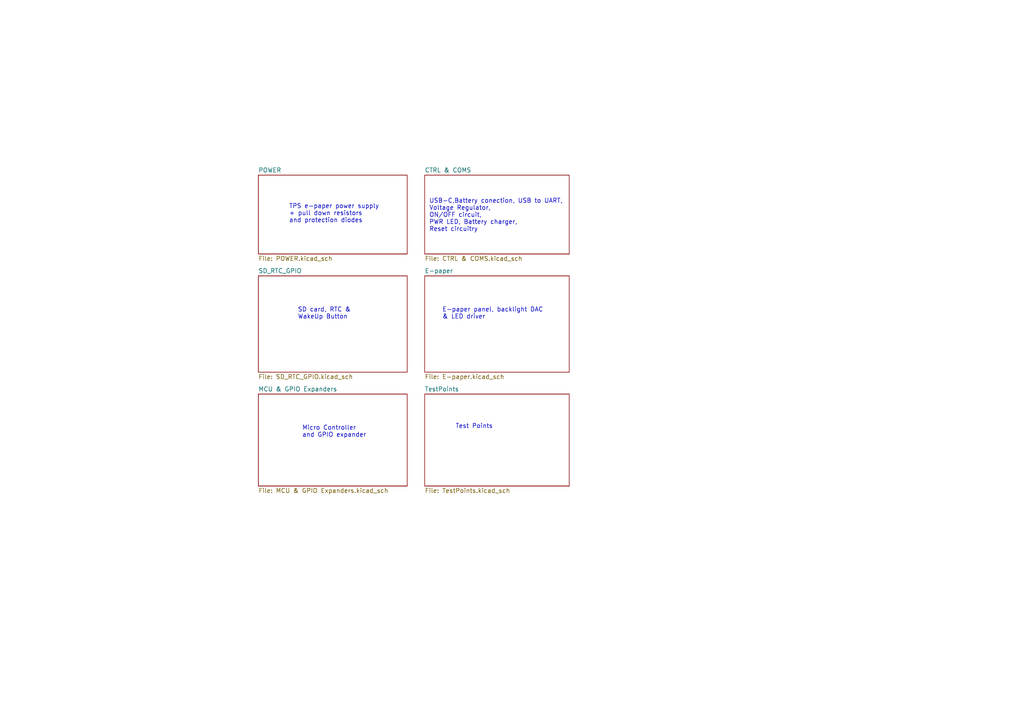
<source format=kicad_sch>
(kicad_sch (version 20211123) (generator eeschema)

  (uuid e63e39d7-6ac0-4ffd-8aa3-1841a4541b55)

  (paper "A4")

  (title_block
    (title "Soldered Inkplate 6 FLICK")
    (date "2024-05-20")
    (rev "V1.2.0")
    (company "SOLDERED")
    (comment 1 "333317")
  )

  (lib_symbols
  )


  (text "USB-C,Battery conection, USB to UART,\nVoltage Regulator, \nON/OFF circuit, \nPWR LED, Battery charger,\nReset circuitry"
    (at 124.46 67.31 0)
    (effects (font (size 1.27 1.27)) (justify left bottom))
    (uuid 30b9935a-4b00-461b-abbd-6f2ea5754a59)
  )
  (text "Test Points" (at 132.08 124.46 0)
    (effects (font (size 1.27 1.27)) (justify left bottom))
    (uuid 540290c7-7fe8-45e9-aff9-384b4ef0a0e2)
  )
  (text "TPS e-paper power supply\n+ pull down resistors\nand protection diodes"
    (at 83.82 64.77 0)
    (effects (font (size 1.27 1.27)) (justify left bottom))
    (uuid 582db9a0-2a3a-442d-87be-5b6c25fbe401)
  )
  (text "Micro Controller \nand GPIO expander" (at 87.63 127 0)
    (effects (font (size 1.27 1.27)) (justify left bottom))
    (uuid 6bf470bb-0c25-418a-8f61-2ef365930add)
  )
  (text "SD card, RTC &\nWakeUp Button" (at 86.36 92.71 0)
    (effects (font (size 1.27 1.27)) (justify left bottom))
    (uuid da0b93a7-71cb-4f81-b753-ef750e268679)
  )
  (text "E-paper panel, backlight DAC\n& LED driver" (at 128.27 92.71 0)
    (effects (font (size 1.27 1.27)) (justify left bottom))
    (uuid e1967ff5-318a-49c9-8500-9ebe22788127)
  )

  (sheet (at 74.93 80.01) (size 43.18 27.94) (fields_autoplaced)
    (stroke (width 0.1524) (type solid) (color 0 0 0 0))
    (fill (color 0 0 0 0.0000))
    (uuid 35978dfb-eb22-4ecb-8ca6-b91454f2fce3)
    (property "Sheet name" "SD_RTC_GPIO" (id 0) (at 74.93 79.2984 0)
      (effects (font (size 1.27 1.27)) (justify left bottom))
    )
    (property "Sheet file" "SD_RTC_GPIO.kicad_sch" (id 1) (at 74.93 108.5346 0)
      (effects (font (size 1.27 1.27)) (justify left top))
    )
  )

  (sheet (at 74.93 114.3) (size 43.18 26.67) (fields_autoplaced)
    (stroke (width 0.1524) (type solid) (color 0 0 0 0))
    (fill (color 0 0 0 0.0000))
    (uuid 45d5c047-b965-42c1-83e0-3ab2d6d33991)
    (property "Sheet name" "MCU & GPIO Expanders" (id 0) (at 74.93 113.5884 0)
      (effects (font (size 1.27 1.27)) (justify left bottom))
    )
    (property "Sheet file" "MCU & GPIO Expanders.kicad_sch" (id 1) (at 74.93 141.5546 0)
      (effects (font (size 1.27 1.27)) (justify left top))
    )
  )

  (sheet (at 123.19 50.8) (size 41.91 22.86) (fields_autoplaced)
    (stroke (width 0.1524) (type solid) (color 0 0 0 0))
    (fill (color 0 0 0 0.0000))
    (uuid 52e09702-7efd-4a40-a198-17a8cd00b396)
    (property "Sheet name" "CTRL & COMS" (id 0) (at 123.19 50.0884 0)
      (effects (font (size 1.27 1.27)) (justify left bottom))
    )
    (property "Sheet file" "CTRL & COMS.kicad_sch" (id 1) (at 123.19 74.2446 0)
      (effects (font (size 1.27 1.27)) (justify left top))
    )
  )

  (sheet (at 74.93 50.8) (size 43.18 22.86) (fields_autoplaced)
    (stroke (width 0.1524) (type solid) (color 0 0 0 0))
    (fill (color 0 0 0 0.0000))
    (uuid 6316acb7-63a1-40e7-8695-2822d4a240b5)
    (property "Sheet name" "POWER" (id 0) (at 74.93 50.0884 0)
      (effects (font (size 1.27 1.27)) (justify left bottom))
    )
    (property "Sheet file" "POWER.kicad_sch" (id 1) (at 74.93 74.2446 0)
      (effects (font (size 1.27 1.27)) (justify left top))
    )
  )

  (sheet (at 123.19 80.01) (size 41.91 27.94) (fields_autoplaced)
    (stroke (width 0.1524) (type solid) (color 0 0 0 0))
    (fill (color 0 0 0 0.0000))
    (uuid 76d4bf92-edc2-4eda-bcab-e5c0b2f7425c)
    (property "Sheet name" "E-paper" (id 0) (at 123.19 79.2984 0)
      (effects (font (size 1.27 1.27)) (justify left bottom))
    )
    (property "Sheet file" "E-paper.kicad_sch" (id 1) (at 123.19 108.5346 0)
      (effects (font (size 1.27 1.27)) (justify left top))
    )
  )

  (sheet (at 123.19 114.3) (size 41.91 26.67) (fields_autoplaced)
    (stroke (width 0.1524) (type solid) (color 0 0 0 0))
    (fill (color 0 0 0 0.0000))
    (uuid bbe0779c-b792-4fc7-8f17-0d2e262350ac)
    (property "Sheet name" "TestPoints" (id 0) (at 123.19 113.5884 0)
      (effects (font (size 1.27 1.27)) (justify left bottom))
    )
    (property "Sheet file" "TestPoints.kicad_sch" (id 1) (at 123.19 141.5546 0)
      (effects (font (size 1.27 1.27)) (justify left top))
    )
  )

  (sheet_instances
    (path "/" (page "1"))
    (path "/6316acb7-63a1-40e7-8695-2822d4a240b5" (page "2"))
    (path "/52e09702-7efd-4a40-a198-17a8cd00b396" (page "3"))
    (path "/35978dfb-eb22-4ecb-8ca6-b91454f2fce3" (page "4"))
    (path "/76d4bf92-edc2-4eda-bcab-e5c0b2f7425c" (page "5"))
    (path "/45d5c047-b965-42c1-83e0-3ab2d6d33991" (page "6"))
    (path "/bbe0779c-b792-4fc7-8f17-0d2e262350ac" (page "7"))
  )

  (symbol_instances
    (path "/6316acb7-63a1-40e7-8695-2822d4a240b5/cc443870-95c4-4c31-882a-1c3fbcf7b0c2"
      (reference "#PWR01") (unit 1) (value "GND") (footprint "")
    )
    (path "/6316acb7-63a1-40e7-8695-2822d4a240b5/f2c46314-84ea-4f10-8742-a38a82344d5e"
      (reference "#PWR02") (unit 1) (value "VNEG") (footprint "")
    )
    (path "/6316acb7-63a1-40e7-8695-2822d4a240b5/b1bf0979-c741-4128-a9bf-b3f4110bbcb0"
      (reference "#PWR03") (unit 1) (value "GND") (footprint "")
    )
    (path "/6316acb7-63a1-40e7-8695-2822d4a240b5/117e929d-f17d-489e-a8a3-0b1dce8999e7"
      (reference "#PWR04") (unit 1) (value "GND") (footprint "")
    )
    (path "/6316acb7-63a1-40e7-8695-2822d4a240b5/317e242a-fc94-41fd-8e86-30d2c1650759"
      (reference "#PWR05") (unit 1) (value "GND") (footprint "")
    )
    (path "/6316acb7-63a1-40e7-8695-2822d4a240b5/c8084700-da0b-4f3d-8d31-eb8274d37f09"
      (reference "#PWR06") (unit 1) (value "3V3") (footprint "")
    )
    (path "/6316acb7-63a1-40e7-8695-2822d4a240b5/ecd41174-78ae-4151-b616-64312a115550"
      (reference "#PWR07") (unit 1) (value "VIN") (footprint "")
    )
    (path "/6316acb7-63a1-40e7-8695-2822d4a240b5/af29f1af-4417-4f22-a8c5-39ca9003935d"
      (reference "#PWR08") (unit 1) (value "GND") (footprint "")
    )
    (path "/6316acb7-63a1-40e7-8695-2822d4a240b5/226355de-58e6-4382-b81d-eb5574981c21"
      (reference "#PWR09") (unit 1) (value "GND") (footprint "")
    )
    (path "/6316acb7-63a1-40e7-8695-2822d4a240b5/93cf61f6-0eae-4b9b-b38e-acc536badde7"
      (reference "#PWR010") (unit 1) (value "GND") (footprint "")
    )
    (path "/6316acb7-63a1-40e7-8695-2822d4a240b5/be957946-3830-4060-abd8-5d63e0456e40"
      (reference "#PWR011") (unit 1) (value "GND") (footprint "")
    )
    (path "/6316acb7-63a1-40e7-8695-2822d4a240b5/ab5396f8-427c-4e37-9624-94ce7126d8c1"
      (reference "#PWR012") (unit 1) (value "GND") (footprint "")
    )
    (path "/6316acb7-63a1-40e7-8695-2822d4a240b5/e94817df-7d70-47d0-862c-8c59dfc32761"
      (reference "#PWR013") (unit 1) (value "VIN") (footprint "")
    )
    (path "/6316acb7-63a1-40e7-8695-2822d4a240b5/936cb7dc-ecc2-4e38-b2c3-213cab68d06b"
      (reference "#PWR014") (unit 1) (value "GND") (footprint "")
    )
    (path "/6316acb7-63a1-40e7-8695-2822d4a240b5/2a6458b5-6846-4a03-b0c8-4671bc486c50"
      (reference "#PWR015") (unit 1) (value "GND") (footprint "")
    )
    (path "/6316acb7-63a1-40e7-8695-2822d4a240b5/dc4521ca-d1c3-45ae-ba8c-684a1c8feba3"
      (reference "#PWR016") (unit 1) (value "GND") (footprint "")
    )
    (path "/6316acb7-63a1-40e7-8695-2822d4a240b5/74b5b296-9fe7-44d8-86e8-7daabc6561b1"
      (reference "#PWR017") (unit 1) (value "GND") (footprint "")
    )
    (path "/6316acb7-63a1-40e7-8695-2822d4a240b5/8448f352-f1bb-4708-bec2-ee186f93b1f0"
      (reference "#PWR018") (unit 1) (value "VNEG") (footprint "")
    )
    (path "/6316acb7-63a1-40e7-8695-2822d4a240b5/73d427d5-9182-4b65-a364-5c457d6762a9"
      (reference "#PWR019") (unit 1) (value "VIN") (footprint "")
    )
    (path "/6316acb7-63a1-40e7-8695-2822d4a240b5/2c9ee86e-12b4-45ae-ab79-c8633209abf2"
      (reference "#PWR020") (unit 1) (value "GND") (footprint "")
    )
    (path "/6316acb7-63a1-40e7-8695-2822d4a240b5/812d2ca1-8c48-4632-b96d-c9548abee016"
      (reference "#PWR021") (unit 1) (value "GND") (footprint "")
    )
    (path "/6316acb7-63a1-40e7-8695-2822d4a240b5/9bc91da0-0930-40c9-a428-f11be139eb12"
      (reference "#PWR022") (unit 1) (value "VPOS") (footprint "")
    )
    (path "/6316acb7-63a1-40e7-8695-2822d4a240b5/a45442c0-9d21-4a39-a146-5bb8a82144a3"
      (reference "#PWR023") (unit 1) (value "GND") (footprint "")
    )
    (path "/6316acb7-63a1-40e7-8695-2822d4a240b5/5b6e3898-e35c-47cc-80c8-3557bc05e685"
      (reference "#PWR024") (unit 1) (value "VDDH") (footprint "")
    )
    (path "/6316acb7-63a1-40e7-8695-2822d4a240b5/2a38ac1a-d81c-483d-ad7a-b9b1b9098892"
      (reference "#PWR025") (unit 1) (value "GND") (footprint "")
    )
    (path "/6316acb7-63a1-40e7-8695-2822d4a240b5/4be1cee2-a15e-46bb-b636-7b7b95d7450e"
      (reference "#PWR026") (unit 1) (value "GND") (footprint "")
    )
    (path "/6316acb7-63a1-40e7-8695-2822d4a240b5/9a441871-eb22-4c72-ac35-2200feab42b2"
      (reference "#PWR027") (unit 1) (value "GND") (footprint "")
    )
    (path "/6316acb7-63a1-40e7-8695-2822d4a240b5/0c4fafd9-d3fa-455c-b2df-8d52afcfa20a"
      (reference "#PWR028") (unit 1) (value "GND") (footprint "")
    )
    (path "/6316acb7-63a1-40e7-8695-2822d4a240b5/c094e4fa-d1aa-4361-8c19-905d3cdd1317"
      (reference "#PWR029") (unit 1) (value "3V3-EINK") (footprint "")
    )
    (path "/6316acb7-63a1-40e7-8695-2822d4a240b5/90b3f1d1-8667-4524-9263-02923128af3e"
      (reference "#PWR030") (unit 1) (value "3V3") (footprint "")
    )
    (path "/6316acb7-63a1-40e7-8695-2822d4a240b5/b0ddb503-a391-46dd-bf77-8b8b2cf30231"
      (reference "#PWR031") (unit 1) (value "GND") (footprint "")
    )
    (path "/6316acb7-63a1-40e7-8695-2822d4a240b5/264e210d-d194-4e6c-8665-824968b65c33"
      (reference "#PWR032") (unit 1) (value "VEE") (footprint "")
    )
    (path "/6316acb7-63a1-40e7-8695-2822d4a240b5/9d51daf4-97ca-45bc-9d5c-2bfcfaf6875d"
      (reference "#PWR033") (unit 1) (value "VPOS") (footprint "")
    )
    (path "/6316acb7-63a1-40e7-8695-2822d4a240b5/991f0149-2129-43f5-b512-8a3a239e334e"
      (reference "#PWR034") (unit 1) (value "GND") (footprint "")
    )
    (path "/6316acb7-63a1-40e7-8695-2822d4a240b5/dc4d8133-067d-42ec-b8cf-0b00dfb778ed"
      (reference "#PWR035") (unit 1) (value "3V3-EINK") (footprint "")
    )
    (path "/6316acb7-63a1-40e7-8695-2822d4a240b5/81867adc-5032-40cc-a9f7-86bcb8dbe1d0"
      (reference "#PWR036") (unit 1) (value "VDDH") (footprint "")
    )
    (path "/6316acb7-63a1-40e7-8695-2822d4a240b5/d1c47f4a-c594-42e0-8254-4c7964b12ed5"
      (reference "#PWR037") (unit 1) (value "GND") (footprint "")
    )
    (path "/6316acb7-63a1-40e7-8695-2822d4a240b5/bc855ec1-78de-4230-883c-05cffff3c6c7"
      (reference "#PWR038") (unit 1) (value "VEE") (footprint "")
    )
    (path "/6316acb7-63a1-40e7-8695-2822d4a240b5/8f600e15-43ff-418a-b10d-266b258e7e96"
      (reference "#PWR039") (unit 1) (value "GND") (footprint "")
    )
    (path "/6316acb7-63a1-40e7-8695-2822d4a240b5/eb1920c2-67c1-466a-a7c9-b984b617ff6a"
      (reference "#PWR040") (unit 1) (value "VDDH") (footprint "")
    )
    (path "/6316acb7-63a1-40e7-8695-2822d4a240b5/e0ee2b78-a7d5-4d4c-a1fc-68c32aabe149"
      (reference "#PWR041") (unit 1) (value "GND") (footprint "")
    )
    (path "/6316acb7-63a1-40e7-8695-2822d4a240b5/8e299ddc-1f56-4137-a8ec-cd5521d55593"
      (reference "#PWR042") (unit 1) (value "GND") (footprint "")
    )
    (path "/6316acb7-63a1-40e7-8695-2822d4a240b5/0a2861c7-a509-4461-8924-97e0675c528b"
      (reference "#PWR043") (unit 1) (value "VNEG") (footprint "")
    )
    (path "/6316acb7-63a1-40e7-8695-2822d4a240b5/1b2afd57-d1a0-4fee-a173-2bd4ec4407d2"
      (reference "#PWR044") (unit 1) (value "VPOS") (footprint "")
    )
    (path "/6316acb7-63a1-40e7-8695-2822d4a240b5/8d7b65f4-0311-4f29-b834-3006df46024f"
      (reference "#PWR045") (unit 1) (value "GND") (footprint "")
    )
    (path "/6316acb7-63a1-40e7-8695-2822d4a240b5/f8ffdbf9-0674-41ec-af69-a8c71090d156"
      (reference "#PWR046") (unit 1) (value "GND") (footprint "")
    )
    (path "/6316acb7-63a1-40e7-8695-2822d4a240b5/4770ef60-21bb-4d72-93b1-855cef6e8fb9"
      (reference "#PWR047") (unit 1) (value "VEE") (footprint "")
    )
    (path "/52e09702-7efd-4a40-a198-17a8cd00b396/65a16ee7-eda9-4794-8f31-73e4784361b4"
      (reference "#PWR048") (unit 1) (value "GND") (footprint "")
    )
    (path "/52e09702-7efd-4a40-a198-17a8cd00b396/1ee3d08b-5e97-4ce8-b412-2bbe0821003f"
      (reference "#PWR049") (unit 1) (value "VUSB") (footprint "")
    )
    (path "/52e09702-7efd-4a40-a198-17a8cd00b396/b38b3f9b-98af-4f6d-98dd-483e2b1839fd"
      (reference "#PWR050") (unit 1) (value "GND") (footprint "")
    )
    (path "/52e09702-7efd-4a40-a198-17a8cd00b396/665f88de-3214-491f-b22d-c02851ca3460"
      (reference "#PWR051") (unit 1) (value "VIN") (footprint "")
    )
    (path "/52e09702-7efd-4a40-a198-17a8cd00b396/b4e563bd-148a-4797-96e5-0abdb0c87cd3"
      (reference "#PWR052") (unit 1) (value "VUSB") (footprint "")
    )
    (path "/52e09702-7efd-4a40-a198-17a8cd00b396/2201cb69-5629-4a77-a789-5605223bbf8b"
      (reference "#PWR053") (unit 1) (value "GND") (footprint "")
    )
    (path "/52e09702-7efd-4a40-a198-17a8cd00b396/07c841ec-3e6f-4434-859d-55e953afda2b"
      (reference "#PWR054") (unit 1) (value "3V3") (footprint "")
    )
    (path "/52e09702-7efd-4a40-a198-17a8cd00b396/5f4fdf21-0860-40eb-aa5f-d03b819ea335"
      (reference "#PWR055") (unit 1) (value "GND") (footprint "")
    )
    (path "/52e09702-7efd-4a40-a198-17a8cd00b396/84abc596-eb84-4327-8ff3-7c345faf83f7"
      (reference "#PWR056") (unit 1) (value "GND") (footprint "")
    )
    (path "/52e09702-7efd-4a40-a198-17a8cd00b396/13b9607d-c3ef-495b-8916-1feeba3351f9"
      (reference "#PWR057") (unit 1) (value "GND") (footprint "")
    )
    (path "/52e09702-7efd-4a40-a198-17a8cd00b396/e4d08b27-71c6-4307-b717-ac40029986d8"
      (reference "#PWR058") (unit 1) (value "3V3") (footprint "")
    )
    (path "/52e09702-7efd-4a40-a198-17a8cd00b396/c2fbcdc7-2f42-4c8d-884c-c3afad90b011"
      (reference "#PWR059") (unit 1) (value "GND") (footprint "")
    )
    (path "/52e09702-7efd-4a40-a198-17a8cd00b396/74338e12-8a64-45a5-9838-30e462b7d300"
      (reference "#PWR060") (unit 1) (value "GND") (footprint "")
    )
    (path "/52e09702-7efd-4a40-a198-17a8cd00b396/7ec0a6fe-a19b-4013-846d-6778e178b932"
      (reference "#PWR061") (unit 1) (value "3V3") (footprint "")
    )
    (path "/52e09702-7efd-4a40-a198-17a8cd00b396/4a942033-4cea-4308-b87e-ca01166e0994"
      (reference "#PWR062") (unit 1) (value "GND") (footprint "")
    )
    (path "/52e09702-7efd-4a40-a198-17a8cd00b396/a300beee-707d-49f0-93c0-40254aea715b"
      (reference "#PWR063") (unit 1) (value "GND") (footprint "")
    )
    (path "/52e09702-7efd-4a40-a198-17a8cd00b396/51e422c5-342e-48fb-a8a3-6a1c5f037b1e"
      (reference "#PWR064") (unit 1) (value "GND") (footprint "")
    )
    (path "/52e09702-7efd-4a40-a198-17a8cd00b396/315c9ca5-e05c-44bb-9d88-30d1f8620bc4"
      (reference "#PWR065") (unit 1) (value "GND") (footprint "")
    )
    (path "/52e09702-7efd-4a40-a198-17a8cd00b396/b4167ae5-787c-4566-8a6c-d3147ed8f508"
      (reference "#PWR066") (unit 1) (value "VBAT") (footprint "")
    )
    (path "/52e09702-7efd-4a40-a198-17a8cd00b396/98965265-c044-4b8a-a367-a13c2b9f2701"
      (reference "#PWR067") (unit 1) (value "GND") (footprint "")
    )
    (path "/52e09702-7efd-4a40-a198-17a8cd00b396/eb2e0d38-c5d6-4cc6-98e6-b5a864e70bed"
      (reference "#PWR068") (unit 1) (value "GND") (footprint "")
    )
    (path "/52e09702-7efd-4a40-a198-17a8cd00b396/9e9a0656-6fb0-4db2-806a-b445584e62a5"
      (reference "#PWR069") (unit 1) (value "3V3") (footprint "")
    )
    (path "/52e09702-7efd-4a40-a198-17a8cd00b396/f302893e-75ec-4c1d-b900-0bcf1b838e2e"
      (reference "#PWR070") (unit 1) (value "3V3") (footprint "")
    )
    (path "/52e09702-7efd-4a40-a198-17a8cd00b396/1a2cca98-d563-4545-b936-036b910e36ae"
      (reference "#PWR071") (unit 1) (value "3V3") (footprint "")
    )
    (path "/52e09702-7efd-4a40-a198-17a8cd00b396/f5617141-6459-4017-83bd-085dcc0dbaa8"
      (reference "#PWR072") (unit 1) (value "GND") (footprint "")
    )
    (path "/52e09702-7efd-4a40-a198-17a8cd00b396/7db77533-d79d-4ea6-b83c-bfcd6cdae0e2"
      (reference "#PWR073") (unit 1) (value "GND") (footprint "")
    )
    (path "/52e09702-7efd-4a40-a198-17a8cd00b396/6b789125-f979-4566-8674-4bd580c1527f"
      (reference "#PWR074") (unit 1) (value "VUSB") (footprint "")
    )
    (path "/52e09702-7efd-4a40-a198-17a8cd00b396/3b8b2f00-4a7d-4abc-9bc3-54f2ef52080d"
      (reference "#PWR075") (unit 1) (value "GND") (footprint "")
    )
    (path "/52e09702-7efd-4a40-a198-17a8cd00b396/59921764-dd38-4cf2-8956-d27183054e3e"
      (reference "#PWR076") (unit 1) (value "VBAT") (footprint "")
    )
    (path "/52e09702-7efd-4a40-a198-17a8cd00b396/5e132854-e527-473a-ba69-be966c278430"
      (reference "#PWR077") (unit 1) (value "GND") (footprint "")
    )
    (path "/52e09702-7efd-4a40-a198-17a8cd00b396/1ebfb8b4-7cff-4529-9ddf-b1e8614d2984"
      (reference "#PWR078") (unit 1) (value "VIN") (footprint "")
    )
    (path "/52e09702-7efd-4a40-a198-17a8cd00b396/1e3b534f-d69f-4273-ac1a-07ebd1da60ee"
      (reference "#PWR079") (unit 1) (value "VIN") (footprint "")
    )
    (path "/52e09702-7efd-4a40-a198-17a8cd00b396/7b4b1c29-e16e-4668-8e58-9732655076a5"
      (reference "#PWR080") (unit 1) (value "GND") (footprint "")
    )
    (path "/52e09702-7efd-4a40-a198-17a8cd00b396/f7a962e1-cbbd-4fb3-905d-849587a40cd7"
      (reference "#PWR081") (unit 1) (value "VIN") (footprint "")
    )
    (path "/52e09702-7efd-4a40-a198-17a8cd00b396/1e13ccef-5e5e-40dc-8e3d-fb1dd8b8ac25"
      (reference "#PWR082") (unit 1) (value "GND") (footprint "")
    )
    (path "/52e09702-7efd-4a40-a198-17a8cd00b396/073bd6ff-0e34-40e7-8c82-6911d3c3d4ae"
      (reference "#PWR083") (unit 1) (value "GND") (footprint "")
    )
    (path "/52e09702-7efd-4a40-a198-17a8cd00b396/d8cfa335-87fd-4975-805f-4e2fa1c50530"
      (reference "#PWR084") (unit 1) (value "GND") (footprint "")
    )
    (path "/52e09702-7efd-4a40-a198-17a8cd00b396/b4617f09-f65c-43da-b492-55da0a91aeae"
      (reference "#PWR085") (unit 1) (value "GND") (footprint "")
    )
    (path "/52e09702-7efd-4a40-a198-17a8cd00b396/d7885b9b-5d9f-4fb6-b9e7-9c645d50f9b5"
      (reference "#PWR086") (unit 1) (value "VBAT") (footprint "")
    )
    (path "/52e09702-7efd-4a40-a198-17a8cd00b396/e57e5a80-f406-4c46-b2ae-48de8b49ae28"
      (reference "#PWR087") (unit 1) (value "GND") (footprint "")
    )
    (path "/52e09702-7efd-4a40-a198-17a8cd00b396/ed6f15be-23bd-4184-9a19-cf02a4499c42"
      (reference "#PWR088") (unit 1) (value "GND") (footprint "")
    )
    (path "/52e09702-7efd-4a40-a198-17a8cd00b396/725e2803-fd0e-4be9-a5a4-b698ae701e2a"
      (reference "#PWR089") (unit 1) (value "GND") (footprint "")
    )
    (path "/52e09702-7efd-4a40-a198-17a8cd00b396/d898c473-519a-4f94-98cf-bcb110204a27"
      (reference "#PWR090") (unit 1) (value "3V3") (footprint "")
    )
    (path "/52e09702-7efd-4a40-a198-17a8cd00b396/baa40f50-b423-496b-a0d4-d95dd791c44d"
      (reference "#PWR091") (unit 1) (value "GND") (footprint "")
    )
    (path "/52e09702-7efd-4a40-a198-17a8cd00b396/93d0c0f8-ef11-485e-b7de-bb4228938c79"
      (reference "#PWR092") (unit 1) (value "GND") (footprint "")
    )
    (path "/52e09702-7efd-4a40-a198-17a8cd00b396/3e7976ab-08d5-4f94-96bb-1aa9d813b132"
      (reference "#PWR093") (unit 1) (value "VBAT") (footprint "")
    )
    (path "/52e09702-7efd-4a40-a198-17a8cd00b396/f50d7007-15d5-46d7-ab4c-b418c40819bc"
      (reference "#PWR094") (unit 1) (value "VUSB") (footprint "")
    )
    (path "/52e09702-7efd-4a40-a198-17a8cd00b396/a543086b-07d8-4162-8dd9-49fac573aa7b"
      (reference "#PWR095") (unit 1) (value "GND") (footprint "")
    )
    (path "/52e09702-7efd-4a40-a198-17a8cd00b396/5744e509-48c8-4c58-8c9e-a2f96df0d54c"
      (reference "#PWR096") (unit 1) (value "GND") (footprint "")
    )
    (path "/52e09702-7efd-4a40-a198-17a8cd00b396/e037cc7a-bec7-4505-9bf4-4dd4788f9d38"
      (reference "#PWR097") (unit 1) (value "VUSB") (footprint "")
    )
    (path "/35978dfb-eb22-4ecb-8ca6-b91454f2fce3/42bcded6-6802-4b1c-a9a7-30a9314a5805"
      (reference "#PWR098") (unit 1) (value "3V3") (footprint "")
    )
    (path "/35978dfb-eb22-4ecb-8ca6-b91454f2fce3/89cb9c0f-b2c4-4546-b1af-a7b0f95e1513"
      (reference "#PWR099") (unit 1) (value "GND") (footprint "")
    )
    (path "/35978dfb-eb22-4ecb-8ca6-b91454f2fce3/0217fe58-f616-4527-bf8e-4bc9b9472f3a"
      (reference "#PWR0100") (unit 1) (value "3V3") (footprint "")
    )
    (path "/35978dfb-eb22-4ecb-8ca6-b91454f2fce3/376ace33-373e-4df7-a76b-2544bf5b1f2b"
      (reference "#PWR0101") (unit 1) (value "3V3") (footprint "")
    )
    (path "/35978dfb-eb22-4ecb-8ca6-b91454f2fce3/de1cfd7c-318f-4d89-ab17-c444ea0aa266"
      (reference "#PWR0102") (unit 1) (value "GND") (footprint "")
    )
    (path "/35978dfb-eb22-4ecb-8ca6-b91454f2fce3/6f846f9c-c625-4e79-af71-c4b70030a8a0"
      (reference "#PWR0103") (unit 1) (value "GND") (footprint "")
    )
    (path "/35978dfb-eb22-4ecb-8ca6-b91454f2fce3/727b7d3e-63fc-4631-a702-35c1e7bf47ad"
      (reference "#PWR0104") (unit 1) (value "3V3") (footprint "")
    )
    (path "/35978dfb-eb22-4ecb-8ca6-b91454f2fce3/f71acd28-5c0f-4737-a3a2-8fe52254eb81"
      (reference "#PWR0105") (unit 1) (value "GND") (footprint "")
    )
    (path "/35978dfb-eb22-4ecb-8ca6-b91454f2fce3/9093e0e1-a064-4125-ad4c-e0c9878d3db7"
      (reference "#PWR0106") (unit 1) (value "GND") (footprint "")
    )
    (path "/35978dfb-eb22-4ecb-8ca6-b91454f2fce3/05f4eff1-02fe-43c1-9ad8-bce808bd27c4"
      (reference "#PWR0107") (unit 1) (value "GND") (footprint "")
    )
    (path "/35978dfb-eb22-4ecb-8ca6-b91454f2fce3/ecf67e59-0f8e-4756-9a5c-c4a5aa2ceed0"
      (reference "#PWR0108") (unit 1) (value "GND") (footprint "")
    )
    (path "/35978dfb-eb22-4ecb-8ca6-b91454f2fce3/717ef8bf-c6ca-49a0-8ddc-bbf9cb02aa75"
      (reference "#PWR0109") (unit 1) (value "3V3") (footprint "")
    )
    (path "/35978dfb-eb22-4ecb-8ca6-b91454f2fce3/d13e1c22-0850-4bee-b492-de41720d7cfe"
      (reference "#PWR0110") (unit 1) (value "GND") (footprint "")
    )
    (path "/76d4bf92-edc2-4eda-bcab-e5c0b2f7425c/6d64419c-e339-49a9-af24-c32bc2d918e9"
      (reference "#PWR0111") (unit 1) (value "GND") (footprint "")
    )
    (path "/76d4bf92-edc2-4eda-bcab-e5c0b2f7425c/c80dd7b3-699d-4aed-92ac-e5e86f6ff039"
      (reference "#PWR0112") (unit 1) (value "3V3") (footprint "")
    )
    (path "/76d4bf92-edc2-4eda-bcab-e5c0b2f7425c/939bf2a1-5db0-416d-be55-f815e03ea14a"
      (reference "#PWR0113") (unit 1) (value "GND") (footprint "")
    )
    (path "/76d4bf92-edc2-4eda-bcab-e5c0b2f7425c/c0dc022f-0d95-4c54-8202-f0f174d6d217"
      (reference "#PWR0114") (unit 1) (value "3V3") (footprint "")
    )
    (path "/76d4bf92-edc2-4eda-bcab-e5c0b2f7425c/92389ba1-eafd-4b60-b589-1967a8260883"
      (reference "#PWR0115") (unit 1) (value "GND") (footprint "")
    )
    (path "/76d4bf92-edc2-4eda-bcab-e5c0b2f7425c/27b8981e-bed0-4016-9584-cea96bf8b02a"
      (reference "#PWR0116") (unit 1) (value "GND") (footprint "")
    )
    (path "/76d4bf92-edc2-4eda-bcab-e5c0b2f7425c/619eefaf-a4e2-47aa-90f2-7885c9f0cb99"
      (reference "#PWR0117") (unit 1) (value "GND") (footprint "")
    )
    (path "/76d4bf92-edc2-4eda-bcab-e5c0b2f7425c/8ee022f6-48e6-4073-93c1-23afc1e43caf"
      (reference "#PWR0118") (unit 1) (value "GND") (footprint "")
    )
    (path "/76d4bf92-edc2-4eda-bcab-e5c0b2f7425c/4d25ac2f-02da-462c-8204-2424d9954741"
      (reference "#PWR0119") (unit 1) (value "3V3") (footprint "")
    )
    (path "/76d4bf92-edc2-4eda-bcab-e5c0b2f7425c/d5b798c9-2856-4a0b-95b8-6a0ce774687c"
      (reference "#PWR0120") (unit 1) (value "GND") (footprint "")
    )
    (path "/76d4bf92-edc2-4eda-bcab-e5c0b2f7425c/b31d641d-0a28-4625-9098-6277b12fdc69"
      (reference "#PWR0121") (unit 1) (value "3V3") (footprint "")
    )
    (path "/76d4bf92-edc2-4eda-bcab-e5c0b2f7425c/4a68f70f-e7fd-47d8-a2c9-014bd2ccf437"
      (reference "#PWR0122") (unit 1) (value "GND") (footprint "")
    )
    (path "/76d4bf92-edc2-4eda-bcab-e5c0b2f7425c/9d99fd51-24e8-4b04-9c6a-8939bd67926b"
      (reference "#PWR0123") (unit 1) (value "GND") (footprint "")
    )
    (path "/76d4bf92-edc2-4eda-bcab-e5c0b2f7425c/e58945e2-9975-4f96-8107-1128f2f2f012"
      (reference "#PWR0124") (unit 1) (value "GND") (footprint "")
    )
    (path "/76d4bf92-edc2-4eda-bcab-e5c0b2f7425c/2fe13396-1be8-4f7e-96a0-87e6e9daa8bf"
      (reference "#PWR0125") (unit 1) (value "GND") (footprint "")
    )
    (path "/76d4bf92-edc2-4eda-bcab-e5c0b2f7425c/508e287b-7e3f-4b33-8634-9f7d046c7d72"
      (reference "#PWR0126") (unit 1) (value "VIN") (footprint "")
    )
    (path "/76d4bf92-edc2-4eda-bcab-e5c0b2f7425c/214e5e78-3d9c-4a58-b643-8347cc7889f8"
      (reference "#PWR0127") (unit 1) (value "GND") (footprint "")
    )
    (path "/76d4bf92-edc2-4eda-bcab-e5c0b2f7425c/70ac6e1d-0fb1-47b5-85a1-9a6ff9c9c501"
      (reference "#PWR0128") (unit 1) (value "GND") (footprint "")
    )
    (path "/76d4bf92-edc2-4eda-bcab-e5c0b2f7425c/426eec9b-5c1f-4e7e-b19e-ac6107115511"
      (reference "#PWR0129") (unit 1) (value "GND") (footprint "")
    )
    (path "/76d4bf92-edc2-4eda-bcab-e5c0b2f7425c/6c7dd502-1936-458d-998a-83c543005ba4"
      (reference "#PWR0130") (unit 1) (value "GND") (footprint "")
    )
    (path "/76d4bf92-edc2-4eda-bcab-e5c0b2f7425c/f3db00b7-0825-4f69-a8d8-96c20a8cd49e"
      (reference "#PWR0131") (unit 1) (value "VIN") (footprint "")
    )
    (path "/76d4bf92-edc2-4eda-bcab-e5c0b2f7425c/b5c81938-67ba-4b2f-82c4-6bf73d4fa7a1"
      (reference "#PWR0132") (unit 1) (value "GND") (footprint "")
    )
    (path "/76d4bf92-edc2-4eda-bcab-e5c0b2f7425c/ce930139-6046-4815-bea9-03e3a4cf10dc"
      (reference "#PWR0133") (unit 1) (value "GND") (footprint "")
    )
    (path "/76d4bf92-edc2-4eda-bcab-e5c0b2f7425c/ed696486-e1f5-4831-a61c-50e046c63e81"
      (reference "#PWR0134") (unit 1) (value "GND") (footprint "")
    )
    (path "/76d4bf92-edc2-4eda-bcab-e5c0b2f7425c/457a8408-30ed-4411-a76a-a4c1ee80fbbb"
      (reference "#PWR0135") (unit 1) (value "3V3-EINK") (footprint "")
    )
    (path "/76d4bf92-edc2-4eda-bcab-e5c0b2f7425c/955e2a20-698d-4df9-af50-18f59c2d27bb"
      (reference "#PWR0136") (unit 1) (value "GND") (footprint "")
    )
    (path "/76d4bf92-edc2-4eda-bcab-e5c0b2f7425c/a2740017-2765-4a4e-8c36-dfa14dfae674"
      (reference "#PWR0137") (unit 1) (value "VNEG") (footprint "")
    )
    (path "/76d4bf92-edc2-4eda-bcab-e5c0b2f7425c/36068607-22e2-4156-ba7e-cd45aff11ed1"
      (reference "#PWR0138") (unit 1) (value "VEE") (footprint "")
    )
    (path "/76d4bf92-edc2-4eda-bcab-e5c0b2f7425c/659ab7b0-2c55-4fe6-a021-b6cbea7e061c"
      (reference "#PWR0139") (unit 1) (value "VPOS") (footprint "")
    )
    (path "/76d4bf92-edc2-4eda-bcab-e5c0b2f7425c/c020c2f0-46f7-4e2d-9b37-4b3306de48a9"
      (reference "#PWR0140") (unit 1) (value "VDDH") (footprint "")
    )
    (path "/76d4bf92-edc2-4eda-bcab-e5c0b2f7425c/343645f1-3868-4ea9-9457-7a9101f44d24"
      (reference "#PWR0141") (unit 1) (value "VDDH") (footprint "")
    )
    (path "/76d4bf92-edc2-4eda-bcab-e5c0b2f7425c/dfc39ab0-3a43-4e57-a765-d4aa633aa961"
      (reference "#PWR0142") (unit 1) (value "3V3-EINK") (footprint "")
    )
    (path "/76d4bf92-edc2-4eda-bcab-e5c0b2f7425c/0da748b1-f292-47a8-887b-53d007706c5b"
      (reference "#PWR0143") (unit 1) (value "GND") (footprint "")
    )
    (path "/76d4bf92-edc2-4eda-bcab-e5c0b2f7425c/60837f00-7d61-4478-b0cf-a89a2dc0024f"
      (reference "#PWR0144") (unit 1) (value "VPOS") (footprint "")
    )
    (path "/76d4bf92-edc2-4eda-bcab-e5c0b2f7425c/696cd06a-a11a-43c8-944e-f9c691b68a5d"
      (reference "#PWR0145") (unit 1) (value "GND") (footprint "")
    )
    (path "/76d4bf92-edc2-4eda-bcab-e5c0b2f7425c/567a5083-4d1a-40a3-8ba6-0a94e8fe506b"
      (reference "#PWR0146") (unit 1) (value "VEE") (footprint "")
    )
    (path "/76d4bf92-edc2-4eda-bcab-e5c0b2f7425c/8fc2dc25-1c8b-4f0e-9472-bc36423d75f4"
      (reference "#PWR0147") (unit 1) (value "GND") (footprint "")
    )
    (path "/76d4bf92-edc2-4eda-bcab-e5c0b2f7425c/3aebc9ea-5906-43b1-9287-04e17ba86517"
      (reference "#PWR0148") (unit 1) (value "GND") (footprint "")
    )
    (path "/76d4bf92-edc2-4eda-bcab-e5c0b2f7425c/c58f4bea-6b61-49d3-8fef-0c3af44c9ce2"
      (reference "#PWR0149") (unit 1) (value "GND") (footprint "")
    )
    (path "/76d4bf92-edc2-4eda-bcab-e5c0b2f7425c/2da7c371-d2cc-4d9b-8462-59da804b1734"
      (reference "#PWR0150") (unit 1) (value "VNEG") (footprint "")
    )
    (path "/76d4bf92-edc2-4eda-bcab-e5c0b2f7425c/f864f565-ef11-4e5a-95f6-d8440cf00d40"
      (reference "#PWR0151") (unit 1) (value "3V3-EINK") (footprint "")
    )
    (path "/76d4bf92-edc2-4eda-bcab-e5c0b2f7425c/c9b84013-125d-4057-866e-7a947327bc35"
      (reference "#PWR0152") (unit 1) (value "GND") (footprint "")
    )
    (path "/45d5c047-b965-42c1-83e0-3ab2d6d33991/1917a321-9f02-4293-a64f-560082bc5893"
      (reference "#PWR0153") (unit 1) (value "GND") (footprint "")
    )
    (path "/45d5c047-b965-42c1-83e0-3ab2d6d33991/d23694fe-b59c-4ab9-bbd1-aa9986be262a"
      (reference "#PWR0154") (unit 1) (value "3V3") (footprint "")
    )
    (path "/45d5c047-b965-42c1-83e0-3ab2d6d33991/037a78c9-507b-478e-ab4d-9f51a4b3ec4f"
      (reference "#PWR0155") (unit 1) (value "GND") (footprint "")
    )
    (path "/45d5c047-b965-42c1-83e0-3ab2d6d33991/b2ceed43-7742-4d7b-952b-e9f0baa07a34"
      (reference "#PWR0156") (unit 1) (value "3V3") (footprint "")
    )
    (path "/45d5c047-b965-42c1-83e0-3ab2d6d33991/9ae7af63-bd10-4ecc-b24b-b998f30c212a"
      (reference "#PWR0157") (unit 1) (value "GND") (footprint "")
    )
    (path "/45d5c047-b965-42c1-83e0-3ab2d6d33991/848e6c60-8509-4c49-8f79-e2650c519a8f"
      (reference "#PWR0158") (unit 1) (value "3V3") (footprint "")
    )
    (path "/45d5c047-b965-42c1-83e0-3ab2d6d33991/d6f545f2-87fb-4792-bb46-df4b568c7ff2"
      (reference "#PWR0159") (unit 1) (value "GND") (footprint "")
    )
    (path "/45d5c047-b965-42c1-83e0-3ab2d6d33991/9e7587ff-7fc8-42dc-a399-df790c0edc78"
      (reference "#PWR0160") (unit 1) (value "3V3") (footprint "")
    )
    (path "/45d5c047-b965-42c1-83e0-3ab2d6d33991/c5bacf31-d91f-4c39-92f8-f85924475006"
      (reference "#PWR0161") (unit 1) (value "GND") (footprint "")
    )
    (path "/45d5c047-b965-42c1-83e0-3ab2d6d33991/13706dee-cf7f-4dd9-937f-179c86c5a3ae"
      (reference "#PWR0162") (unit 1) (value "3V3") (footprint "")
    )
    (path "/45d5c047-b965-42c1-83e0-3ab2d6d33991/ca06d114-4e98-454c-b57b-f8ffbb330426"
      (reference "#PWR0163") (unit 1) (value "GND") (footprint "")
    )
    (path "/45d5c047-b965-42c1-83e0-3ab2d6d33991/267c9f1a-8028-4e0b-85d0-1b833d7195b1"
      (reference "#PWR0164") (unit 1) (value "3V3") (footprint "")
    )
    (path "/45d5c047-b965-42c1-83e0-3ab2d6d33991/b28d1e63-4f0a-498f-9373-ca3468ac7f56"
      (reference "#PWR0165") (unit 1) (value "GND") (footprint "")
    )
    (path "/45d5c047-b965-42c1-83e0-3ab2d6d33991/1ad0a1d6-b6a3-4ada-81d3-b2e2a902bdd3"
      (reference "#PWR0166") (unit 1) (value "3V3") (footprint "")
    )
    (path "/45d5c047-b965-42c1-83e0-3ab2d6d33991/e1a8c1e5-812e-4050-a08a-8a4e714d1384"
      (reference "#PWR0167") (unit 1) (value "3V3") (footprint "")
    )
    (path "/45d5c047-b965-42c1-83e0-3ab2d6d33991/a6c784ab-e42e-4da6-a210-c287248ffc02"
      (reference "#PWR0168") (unit 1) (value "GND") (footprint "")
    )
    (path "/45d5c047-b965-42c1-83e0-3ab2d6d33991/60d94db7-3c99-44ac-a516-5fb7321d4f3f"
      (reference "#PWR0169") (unit 1) (value "3V3") (footprint "")
    )
    (path "/45d5c047-b965-42c1-83e0-3ab2d6d33991/9cbb922d-b167-4cc5-b498-1442597bbc41"
      (reference "#PWR0170") (unit 1) (value "GND") (footprint "")
    )
    (path "/45d5c047-b965-42c1-83e0-3ab2d6d33991/98ba5ee4-118c-4dc5-a3b4-50d6a79c21bf"
      (reference "#PWR0171") (unit 1) (value "3V3") (footprint "")
    )
    (path "/45d5c047-b965-42c1-83e0-3ab2d6d33991/6964e12d-05fa-4bf3-bebe-00623e52f408"
      (reference "#PWR0172") (unit 1) (value "GND") (footprint "")
    )
    (path "/45d5c047-b965-42c1-83e0-3ab2d6d33991/91ba5ac8-10d9-43c2-a856-bf654af23d5e"
      (reference "#PWR0173") (unit 1) (value "3V3") (footprint "")
    )
    (path "/45d5c047-b965-42c1-83e0-3ab2d6d33991/7e1b1096-2146-438c-9cd2-3da5477b48ed"
      (reference "#PWR0174") (unit 1) (value "GND") (footprint "")
    )
    (path "/45d5c047-b965-42c1-83e0-3ab2d6d33991/6784831f-9581-4a27-9385-749331eaed9a"
      (reference "#PWR0175") (unit 1) (value "3V3") (footprint "")
    )
    (path "/bbe0779c-b792-4fc7-8f17-0d2e262350ac/011c8169-e4de-45eb-8ab1-459088d155be"
      (reference "#PWR0176") (unit 1) (value "VUSB") (footprint "")
    )
    (path "/bbe0779c-b792-4fc7-8f17-0d2e262350ac/22d464c6-72d8-4902-9692-dba24d8c5eeb"
      (reference "#PWR0177") (unit 1) (value "VIN") (footprint "")
    )
    (path "/bbe0779c-b792-4fc7-8f17-0d2e262350ac/028b99d2-422b-4a47-abdf-987039c0dcc1"
      (reference "#PWR0178") (unit 1) (value "3V3") (footprint "")
    )
    (path "/bbe0779c-b792-4fc7-8f17-0d2e262350ac/769d8f52-ab80-4943-acd8-9a2be6ee429f"
      (reference "#PWR0179") (unit 1) (value "GND") (footprint "")
    )
    (path "/bbe0779c-b792-4fc7-8f17-0d2e262350ac/0e854bd5-50e2-45a1-b397-3574d864d2f3"
      (reference "#PWR0180") (unit 1) (value "GND") (footprint "")
    )
    (path "/bbe0779c-b792-4fc7-8f17-0d2e262350ac/3225a985-25e1-4e68-8e6d-a9aec8be9a4f"
      (reference "#PWR0181") (unit 1) (value "VIN") (footprint "")
    )
    (path "/bbe0779c-b792-4fc7-8f17-0d2e262350ac/a721fc95-5c66-423a-8069-ad249f2f4b49"
      (reference "#PWR0182") (unit 1) (value "3V3") (footprint "")
    )
    (path "/bbe0779c-b792-4fc7-8f17-0d2e262350ac/ccc40c2b-ec11-4f92-a299-5750ca74f9b1"
      (reference "#PWR0183") (unit 1) (value "VNEG") (footprint "")
    )
    (path "/bbe0779c-b792-4fc7-8f17-0d2e262350ac/3fbd4f02-aac1-426d-85aa-589040bf073e"
      (reference "#PWR0184") (unit 1) (value "VPOS") (footprint "")
    )
    (path "/bbe0779c-b792-4fc7-8f17-0d2e262350ac/ac0509d6-63db-4c5d-9f6a-a45f3da3545b"
      (reference "#PWR0185") (unit 1) (value "VEE") (footprint "")
    )
    (path "/bbe0779c-b792-4fc7-8f17-0d2e262350ac/4fff6984-ab62-4847-b8ae-8b4095c7ed2c"
      (reference "#PWR0186") (unit 1) (value "VDDH") (footprint "")
    )
    (path "/bbe0779c-b792-4fc7-8f17-0d2e262350ac/ecc79c7a-fc41-43e1-ae6c-5164946604e7"
      (reference "#PWR0187") (unit 1) (value "3V3-EINK") (footprint "")
    )
    (path "/bbe0779c-b792-4fc7-8f17-0d2e262350ac/0e6e502f-87ee-4525-9551-e5ab57d05329"
      (reference "#PWR0188") (unit 1) (value "GND") (footprint "")
    )
    (path "/bbe0779c-b792-4fc7-8f17-0d2e262350ac/f80c3cfa-4848-413b-a831-326fefccf1c5"
      (reference "#PWR0189") (unit 1) (value "VBAT") (footprint "")
    )
    (path "/bbe0779c-b792-4fc7-8f17-0d2e262350ac/7c02fe6a-a6f7-49e4-ac8a-81bb6f4cc4f6"
      (reference "#PWR0190") (unit 1) (value "GND") (footprint "")
    )
    (path "/bbe0779c-b792-4fc7-8f17-0d2e262350ac/de3e4078-22dc-40a0-9990-8de03b489dba"
      (reference "#PWR0191") (unit 1) (value "3V3") (footprint "")
    )
    (path "/bbe0779c-b792-4fc7-8f17-0d2e262350ac/850bbeb6-9d7d-4cbc-a6db-abaa8f0ae080"
      (reference "#PWR0192") (unit 1) (value "GND") (footprint "")
    )
    (path "/bbe0779c-b792-4fc7-8f17-0d2e262350ac/130bfb9e-2369-464c-907f-d5410c6ab94e"
      (reference "#PWR0193") (unit 1) (value "GND") (footprint "")
    )
    (path "/6316acb7-63a1-40e7-8695-2822d4a240b5/08fd7e94-533c-4672-b0b6-e35524f77fc7"
      (reference "C1") (unit 1) (value "4u7-TMK212AB7475KG-T") (footprint "e-radionica.com footprinti:0805C")
    )
    (path "/6316acb7-63a1-40e7-8695-2822d4a240b5/733796da-2bd8-4827-be0b-afc762dbe96a"
      (reference "C2") (unit 1) (value "4u7-TMK212AB7475KG-T") (footprint "e-radionica.com footprinti:0805C")
    )
    (path "/6316acb7-63a1-40e7-8695-2822d4a240b5/82a4bcad-171d-4f28-b966-050071838323"
      (reference "C3") (unit 1) (value "4u7-TMK212AB7475KG-T") (footprint "e-radionica.com footprinti:0805C")
    )
    (path "/6316acb7-63a1-40e7-8695-2822d4a240b5/daec9243-216f-4032-9d7e-587a22f5d8c9"
      (reference "C4") (unit 1) (value "4u7-TMK212AB7475KG-T") (footprint "e-radionica.com footprinti:0805C")
    )
    (path "/6316acb7-63a1-40e7-8695-2822d4a240b5/96cab6bc-d6be-4013-bf8e-f78d0086dc30"
      (reference "C5") (unit 1) (value "10u-GRM188R61E106KA73J") (footprint "e-radionica.com footprinti:0603C")
    )
    (path "/6316acb7-63a1-40e7-8695-2822d4a240b5/b3112930-2252-4a44-8c7c-f20c5d6954e7"
      (reference "C6") (unit 1) (value "4u7-TMK212AB7475KG-T") (footprint "e-radionica.com footprinti:0805C")
    )
    (path "/6316acb7-63a1-40e7-8695-2822d4a240b5/623bb5ab-2557-45e9-a1c1-e98d80212474"
      (reference "C7") (unit 1) (value "4u7-TMK212AB7475KG-T") (footprint "e-radionica.com footprinti:0805C")
    )
    (path "/6316acb7-63a1-40e7-8695-2822d4a240b5/db627d63-05e9-46bb-902d-01de069d222f"
      (reference "C8") (unit 1) (value "10u-GRM188R61E106KA73J") (footprint "e-radionica.com footprinti:0603C")
    )
    (path "/6316acb7-63a1-40e7-8695-2822d4a240b5/f1a7aaa9-1de2-45e2-972a-3fc5609f7a5e"
      (reference "C9") (unit 1) (value "4u7-TMK212AB7475KG-T") (footprint "e-radionica.com footprinti:0805C")
    )
    (path "/6316acb7-63a1-40e7-8695-2822d4a240b5/26f634e2-78b5-4173-b794-737266de1951"
      (reference "C10") (unit 1) (value "10u-GRM188R61E106KA73J") (footprint "e-radionica.com footprinti:0603C")
    )
    (path "/6316acb7-63a1-40e7-8695-2822d4a240b5/aa5ea8c4-0923-4a1c-a2ac-65f097d2fa88"
      (reference "C11") (unit 1) (value "4u7-TMK212AB7475KG-T") (footprint "e-radionica.com footprinti:0805C")
    )
    (path "/6316acb7-63a1-40e7-8695-2822d4a240b5/05ba4d1d-8942-4647-8aa7-b71fa08c0d48"
      (reference "C12") (unit 1) (value "4u7-TMK212AB7475KG-T") (footprint "e-radionica.com footprinti:0805C")
    )
    (path "/6316acb7-63a1-40e7-8695-2822d4a240b5/f0d79b90-9478-4dfc-887f-60d2cfb2b39c"
      (reference "C13") (unit 1) (value "4u7-TMK212AB7475KG-T") (footprint "e-radionica.com footprinti:0805C")
    )
    (path "/6316acb7-63a1-40e7-8695-2822d4a240b5/4e381ca6-c334-4cdf-a8b0-57cfa7c1f652"
      (reference "C14") (unit 1) (value "2u2-GRM188R61E225MA12D") (footprint "e-radionica.com footprinti:0603C")
    )
    (path "/6316acb7-63a1-40e7-8695-2822d4a240b5/d7aa7cc0-ad3c-4865-b37f-852f0b767b74"
      (reference "C15") (unit 1) (value "2u2-GRM188R61E225MA12D") (footprint "e-radionica.com footprinti:0603C")
    )
    (path "/6316acb7-63a1-40e7-8695-2822d4a240b5/f8a8cabc-a89e-4d84-bbac-851679e3c0b4"
      (reference "C16") (unit 1) (value "100p") (footprint "e-radionica.com footprinti:0603C")
    )
    (path "/6316acb7-63a1-40e7-8695-2822d4a240b5/decfec9e-69d8-45ef-a743-24ea13e79ca5"
      (reference "C17") (unit 1) (value "100p") (footprint "e-radionica.com footprinti:0603C")
    )
    (path "/6316acb7-63a1-40e7-8695-2822d4a240b5/532c8cbf-fdd2-43fe-be81-8deae8f0f477"
      (reference "C18") (unit 1) (value "10n-AC0603KRX7R8BB103") (footprint "e-radionica.com footprinti:0603C")
    )
    (path "/6316acb7-63a1-40e7-8695-2822d4a240b5/e4ed55e5-1cb8-43e3-9354-acf98aa8a2a0"
      (reference "C19") (unit 1) (value "10n-AC0603KRX7R8BB103") (footprint "e-radionica.com footprinti:0603C")
    )
    (path "/6316acb7-63a1-40e7-8695-2822d4a240b5/b7c8d0aa-544c-4aec-b23f-13caaf02b8c0"
      (reference "C20") (unit 1) (value "100n-AC0603KRX7R8BB104") (footprint "e-radionica.com footprinti:0603C")
    )
    (path "/6316acb7-63a1-40e7-8695-2822d4a240b5/da2675cc-ada3-4c0b-9c03-9334c1009a8c"
      (reference "C21") (unit 1) (value "100n-AC0603KRX7R8BB104") (footprint "e-radionica.com footprinti:0603C")
    )
    (path "/52e09702-7efd-4a40-a198-17a8cd00b396/720bdd03-60a2-48dc-be0b-aec2f108dfa3"
      (reference "C22") (unit 1) (value "100n") (footprint "e-radionica.com footprinti:0603C")
    )
    (path "/52e09702-7efd-4a40-a198-17a8cd00b396/a32c49b2-0ff9-497b-b570-bb13b52b2247"
      (reference "C23") (unit 1) (value "100n") (footprint "e-radionica.com footprinti:0603C")
    )
    (path "/52e09702-7efd-4a40-a198-17a8cd00b396/bded0f50-6214-465a-b733-1518fd638c75"
      (reference "C24") (unit 1) (value "10u") (footprint "e-radionica.com footprinti:1206C")
    )
    (path "/52e09702-7efd-4a40-a198-17a8cd00b396/5d840475-d9f0-4bf2-b0e4-8743ec09fd27"
      (reference "C25") (unit 1) (value "100n") (footprint "e-radionica.com footprinti:0603C")
    )
    (path "/52e09702-7efd-4a40-a198-17a8cd00b396/851b2d2e-1657-419a-a67d-c279a5d3a66a"
      (reference "C26") (unit 1) (value "2u2") (footprint "e-radionica.com footprinti:0603C")
    )
    (path "/52e09702-7efd-4a40-a198-17a8cd00b396/cd6634f4-f324-48e3-b0ed-4095d8060763"
      (reference "C27") (unit 1) (value "10u") (footprint "e-radionica.com footprinti:1206C")
    )
    (path "/52e09702-7efd-4a40-a198-17a8cd00b396/0f2fb96f-1efd-42c6-bf69-f7bb61d1f63f"
      (reference "C28") (unit 1) (value "2u2") (footprint "e-radionica.com footprinti:0603C")
    )
    (path "/52e09702-7efd-4a40-a198-17a8cd00b396/69b2de83-7f5b-4191-9835-beaf1f409f5d"
      (reference "C29") (unit 1) (value "100n") (footprint "e-radionica.com footprinti:0603C")
    )
    (path "/52e09702-7efd-4a40-a198-17a8cd00b396/3c1231b5-0bfb-4e6c-968c-a90f42008dc2"
      (reference "C30") (unit 1) (value "100n") (footprint "e-radionica.com footprinti:0603C")
    )
    (path "/52e09702-7efd-4a40-a198-17a8cd00b396/75fabbed-3b83-41c5-9679-1f374a359f85"
      (reference "C31") (unit 1) (value "100n") (footprint "e-radionica.com footprinti:0603C")
    )
    (path "/52e09702-7efd-4a40-a198-17a8cd00b396/7b815994-d7ff-4c30-a826-0fc6d9d61d05"
      (reference "C32") (unit 1) (value "DNP") (footprint "e-radionica.com footprinti:2917C")
    )
    (path "/52e09702-7efd-4a40-a198-17a8cd00b396/b197545b-3e1f-4d45-bb91-94a91e9bed0b"
      (reference "C33") (unit 1) (value "2u2") (footprint "e-radionica.com footprinti:0603C")
    )
    (path "/52e09702-7efd-4a40-a198-17a8cd00b396/60175ce3-18b8-466c-bcd0-ec2bc692191a"
      (reference "C34") (unit 1) (value "100n") (footprint "e-radionica.com footprinti:0603C")
    )
    (path "/52e09702-7efd-4a40-a198-17a8cd00b396/f0970095-3978-4bcd-84b7-e21de3b0f67f"
      (reference "C35") (unit 1) (value "2u2") (footprint "e-radionica.com footprinti:0603C")
    )
    (path "/35978dfb-eb22-4ecb-8ca6-b91454f2fce3/d2264311-a0a5-4f1b-8dc5-a05cce701216"
      (reference "C36") (unit 1) (value "12p") (footprint "e-radionica.com footprinti:0603C")
    )
    (path "/35978dfb-eb22-4ecb-8ca6-b91454f2fce3/6136b009-c34a-4733-bae9-2b5b924eda58"
      (reference "C37") (unit 1) (value "12p") (footprint "e-radionica.com footprinti:0603C")
    )
    (path "/35978dfb-eb22-4ecb-8ca6-b91454f2fce3/5593a9e5-ca07-469b-96e3-4700de92968e"
      (reference "C38") (unit 1) (value "2u2") (footprint "e-radionica.com footprinti:0603C")
    )
    (path "/35978dfb-eb22-4ecb-8ca6-b91454f2fce3/7e5ddaf4-00a7-4268-9a4d-063627f32605"
      (reference "C39") (unit 1) (value "100n") (footprint "e-radionica.com footprinti:0603C")
    )
    (path "/35978dfb-eb22-4ecb-8ca6-b91454f2fce3/14534f53-1b23-4413-95e9-3517944500d5"
      (reference "C40") (unit 1) (value "100n") (footprint "e-radionica.com footprinti:0603C")
    )
    (path "/35978dfb-eb22-4ecb-8ca6-b91454f2fce3/4e861564-3fc9-4499-bcb5-924b020fe945"
      (reference "C41") (unit 1) (value "100n") (footprint "e-radionica.com footprinti:0603C")
    )
    (path "/76d4bf92-edc2-4eda-bcab-e5c0b2f7425c/0f63aaba-68b8-4a67-ac70-004febdf3ad2"
      (reference "C42") (unit 1) (value "100n") (footprint "e-radionica.com footprinti:0603C")
    )
    (path "/76d4bf92-edc2-4eda-bcab-e5c0b2f7425c/24d13332-f0fa-433c-be79-6aa0fd672e5c"
      (reference "C43") (unit 1) (value "100n") (footprint "e-radionica.com footprinti:0603C")
    )
    (path "/76d4bf92-edc2-4eda-bcab-e5c0b2f7425c/fb625db5-59b8-4a10-9435-e5d1eb11d8ca"
      (reference "C44") (unit 1) (value "10u") (footprint "e-radionica.com footprinti:1206C")
    )
    (path "/76d4bf92-edc2-4eda-bcab-e5c0b2f7425c/8ba2a077-61cb-4065-adb2-3f66f88f13e1"
      (reference "C45") (unit 1) (value "100n") (footprint "e-radionica.com footprinti:0603C")
    )
    (path "/76d4bf92-edc2-4eda-bcab-e5c0b2f7425c/10f80c1d-691a-48d3-a24e-840e122ce9d2"
      (reference "C46") (unit 1) (value "4u7") (footprint "e-radionica.com footprinti:0603C")
    )
    (path "/76d4bf92-edc2-4eda-bcab-e5c0b2f7425c/84a05c49-f60c-4146-8cfc-f31d25dc6e58"
      (reference "C47") (unit 1) (value "1u") (footprint "e-radionica.com footprinti:0603C")
    )
    (path "/76d4bf92-edc2-4eda-bcab-e5c0b2f7425c/0be03c9c-4f2f-4a95-b61f-d99e5d87238b"
      (reference "C48") (unit 1) (value "100n") (footprint "e-radionica.com footprinti:0603C")
    )
    (path "/76d4bf92-edc2-4eda-bcab-e5c0b2f7425c/72cadb7b-ae86-4e04-80d4-e3ed7602a9b8"
      (reference "C49") (unit 1) (value "100n") (footprint "e-radionica.com footprinti:0603C")
    )
    (path "/76d4bf92-edc2-4eda-bcab-e5c0b2f7425c/02b91f93-6b78-433c-8710-dbf41d0c6a71"
      (reference "C50") (unit 1) (value "100n") (footprint "e-radionica.com footprinti:0603C")
    )
    (path "/76d4bf92-edc2-4eda-bcab-e5c0b2f7425c/1636a81e-6a31-4aad-be63-f31b863867fa"
      (reference "C51") (unit 1) (value "CL21B105KBFNNNG") (footprint "e-radionica.com footprinti:0805C")
    )
    (path "/76d4bf92-edc2-4eda-bcab-e5c0b2f7425c/4bf871bb-e12f-47e3-8a97-2b9f9ce29b96"
      (reference "C52") (unit 1) (value "100n") (footprint "e-radionica.com footprinti:0603C")
    )
    (path "/76d4bf92-edc2-4eda-bcab-e5c0b2f7425c/e5cae6aa-acc6-40b3-9b32-72b8b9dd8fce"
      (reference "C53") (unit 1) (value "100n") (footprint "e-radionica.com footprinti:0603C")
    )
    (path "/76d4bf92-edc2-4eda-bcab-e5c0b2f7425c/266f81f3-81c6-42a7-b94b-7ed70cd1c483"
      (reference "C54") (unit 1) (value "CL21B105KBFNNNG") (footprint "e-radionica.com footprinti:0805C")
    )
    (path "/76d4bf92-edc2-4eda-bcab-e5c0b2f7425c/c2e103fa-e340-403a-b30a-5276d417b226"
      (reference "C55") (unit 1) (value "4u7-TMK212AB7475KG-T") (footprint "e-radionica.com footprinti:0805C")
    )
    (path "/76d4bf92-edc2-4eda-bcab-e5c0b2f7425c/33c3d852-0da9-44f5-8627-006468850953"
      (reference "C56") (unit 1) (value "4u7-TMK212AB7475KG-T") (footprint "e-radionica.com footprinti:0805C")
    )
    (path "/76d4bf92-edc2-4eda-bcab-e5c0b2f7425c/2bb0e194-78b6-40ed-8fd1-19ac38f2b63e"
      (reference "C57") (unit 1) (value "4u7-TMK212AB7475KG-T") (footprint "e-radionica.com footprinti:0805C")
    )
    (path "/76d4bf92-edc2-4eda-bcab-e5c0b2f7425c/1168c673-70a2-43c0-b198-b729d653a2df"
      (reference "C58") (unit 1) (value "4u7-TMK212AB7475KG-T") (footprint "e-radionica.com footprinti:0805C")
    )
    (path "/76d4bf92-edc2-4eda-bcab-e5c0b2f7425c/89b438eb-fcfc-41ba-93e7-835dffe7df4b"
      (reference "C59") (unit 1) (value "4u7-TMK212AB7475KG-T") (footprint "e-radionica.com footprinti:0805C")
    )
    (path "/76d4bf92-edc2-4eda-bcab-e5c0b2f7425c/b66ac828-4add-4f9e-8476-7a4486b13ce5"
      (reference "C60") (unit 1) (value "4u7-TMK212AB7475KG-T") (footprint "e-radionica.com footprinti:0805C")
    )
    (path "/76d4bf92-edc2-4eda-bcab-e5c0b2f7425c/d59cdd67-b268-4271-ad81-bab8561091ad"
      (reference "C61") (unit 1) (value "100p") (footprint "e-radionica.com footprinti:0603C")
    )
    (path "/76d4bf92-edc2-4eda-bcab-e5c0b2f7425c/bdc714ad-521b-45c2-b2df-2bdcbe888a7d"
      (reference "C62") (unit 1) (value "100n") (footprint "e-radionica.com footprinti:0603C")
    )
    (path "/76d4bf92-edc2-4eda-bcab-e5c0b2f7425c/9555fd6d-239c-42f1-8812-d8e066dc5793"
      (reference "C63") (unit 1) (value "100n") (footprint "e-radionica.com footprinti:0603C")
    )
    (path "/76d4bf92-edc2-4eda-bcab-e5c0b2f7425c/3031da3d-69b1-4b01-a725-387b83af26a2"
      (reference "C64") (unit 1) (value "100n") (footprint "e-radionica.com footprinti:0603C")
    )
    (path "/45d5c047-b965-42c1-83e0-3ab2d6d33991/9990135f-8a50-44d4-81c8-3a840d3a6809"
      (reference "C65") (unit 1) (value "100n") (footprint "e-radionica.com footprinti:0603C")
    )
    (path "/45d5c047-b965-42c1-83e0-3ab2d6d33991/e8be5e6b-8e6f-460b-82bc-ded54650b6ed"
      (reference "C66") (unit 1) (value "10u") (footprint "e-radionica.com footprinti:1206C")
    )
    (path "/45d5c047-b965-42c1-83e0-3ab2d6d33991/05c23190-0436-445a-bae8-3db186b913f3"
      (reference "C67") (unit 1) (value "2u2") (footprint "e-radionica.com footprinti:0603C")
    )
    (path "/45d5c047-b965-42c1-83e0-3ab2d6d33991/9852c435-b810-4430-b852-fa236f718106"
      (reference "C68") (unit 1) (value "100n") (footprint "e-radionica.com footprinti:0603C")
    )
    (path "/45d5c047-b965-42c1-83e0-3ab2d6d33991/671d35c5-a8c0-47ad-8d3f-6d4cf0462395"
      (reference "C69") (unit 1) (value "100n") (footprint "e-radionica.com footprinti:0603C")
    )
    (path "/45d5c047-b965-42c1-83e0-3ab2d6d33991/3dab8f12-b915-4d4d-bc9f-ebf6f791fccb"
      (reference "C70") (unit 1) (value "DNP") (footprint "e-radionica.com footprinti:2917C")
    )
    (path "/45d5c047-b965-42c1-83e0-3ab2d6d33991/1c714bfc-3eb0-49a4-9053-b7fbff9482af"
      (reference "C71") (unit 1) (value "100n") (footprint "e-radionica.com footprinti:0603C")
    )
    (path "/6316acb7-63a1-40e7-8695-2822d4a240b5/0aa6a8eb-91a3-42fb-bcb5-e80e5bff03f8"
      (reference "D1") (unit 1) (value "CUS10F30,H3F") (footprint "e-radionica.com footprinti:SOD-323-2")
    )
    (path "/6316acb7-63a1-40e7-8695-2822d4a240b5/51309631-9f83-4fbb-9127-220a52fbf0f1"
      (reference "D2") (unit 1) (value "BAT20J") (footprint "e-radionica.com footprinti:SOD-323")
    )
    (path "/6316acb7-63a1-40e7-8695-2822d4a240b5/55b5e555-65e3-4402-9416-f117be4dba20"
      (reference "D3") (unit 1) (value "BAT20J") (footprint "e-radionica.com footprinti:SOD-323")
    )
    (path "/6316acb7-63a1-40e7-8695-2822d4a240b5/304db95b-2e31-4d6d-be73-976d3cd39484"
      (reference "D4") (unit 1) (value "CUS10F30,H3F") (footprint "e-radionica.com footprinti:SOD-323-2")
    )
    (path "/6316acb7-63a1-40e7-8695-2822d4a240b5/01a2bdc6-039f-41f7-b045-94d753ea8bb9"
      (reference "D5") (unit 1) (value "BAT20J") (footprint "e-radionica.com footprinti:SOD-323")
    )
    (path "/6316acb7-63a1-40e7-8695-2822d4a240b5/d0f71b39-e647-4db4-aed6-d2ac342ac9db"
      (reference "D6") (unit 1) (value "BAT54S") (footprint "e-radionica.com footprinti:SOT-23-3")
    )
    (path "/6316acb7-63a1-40e7-8695-2822d4a240b5/0ead13d6-1215-407f-ab37-e3c0e980bcea"
      (reference "D7") (unit 1) (value "BAT54S") (footprint "e-radionica.com footprinti:SOT-23-3")
    )
    (path "/52e09702-7efd-4a40-a198-17a8cd00b396/d86b926d-4f9d-49b9-a5d3-96cb829d7dd3"
      (reference "D8") (unit 1) (value "0603LED_SIDE") (footprint "e-radionica.com footprinti:LTST-S270GKT")
    )
    (path "/52e09702-7efd-4a40-a198-17a8cd00b396/8e692e6f-0498-40cc-9a3a-4cf660cdbd28"
      (reference "D9") (unit 1) (value "BAT20J") (footprint "e-radionica.com footprinti:SOD-323")
    )
    (path "/52e09702-7efd-4a40-a198-17a8cd00b396/a0376973-813f-4af1-bf16-499c18207342"
      (reference "D10") (unit 1) (value "RED") (footprint "e-radionica.com footprinti:0402LED")
    )
    (path "/35978dfb-eb22-4ecb-8ca6-b91454f2fce3/c975932e-ca29-4882-8df2-1d283cdebe53"
      (reference "D11") (unit 1) (value "M4_DIODA") (footprint "e-radionica.com footprinti:M4_DIODA")
    )
    (path "/35978dfb-eb22-4ecb-8ca6-b91454f2fce3/9e0afa53-0f2c-4186-9a5b-7c5439fdaead"
      (reference "D12") (unit 1) (value "M4_DIODA") (footprint "e-radionica.com footprinti:M4_DIODA")
    )
    (path "/76d4bf92-edc2-4eda-bcab-e5c0b2f7425c/74e56b7a-b555-4528-adfe-084caeee1c39"
      (reference "D13") (unit 1) (value "RB510SM-40FHT2R") (footprint "e-radionica.com footprinti:SOD-523")
    )
    (path "/52e09702-7efd-4a40-a198-17a8cd00b396/b1cea2c8-f43c-47b0-bb17-df65d64027e1"
      (reference "F1") (unit 1) (value "1206FUSE-500mA") (footprint "e-radionica.com footprinti:1206FUSE")
    )
    (path "/6316acb7-63a1-40e7-8695-2822d4a240b5/a5c75661-fe57-4cfe-bd06-1df0d6b75790"
      (reference "FD1") (unit 1) (value "FIDUCIAL") (footprint "e-radionica.com footprinti:FIDUCIAL_23")
    )
    (path "/6316acb7-63a1-40e7-8695-2822d4a240b5/3869cd68-2179-440e-8615-471bacbde811"
      (reference "FD2") (unit 1) (value "FIDUCIAL") (footprint "e-radionica.com footprinti:FIDUCIAL_23")
    )
    (path "/6316acb7-63a1-40e7-8695-2822d4a240b5/ae9bce3e-dcd4-4771-9be4-46cb7925abff"
      (reference "H1") (unit 1) (value "Standoff_M3") (footprint "e-radionica.com footprinti:Standoff_M3")
    )
    (path "/6316acb7-63a1-40e7-8695-2822d4a240b5/49f394a5-8269-4e73-a0b7-141f34b11d3e"
      (reference "H2") (unit 1) (value "Standoff_M3") (footprint "e-radionica.com footprinti:Standoff_M3")
    )
    (path "/6316acb7-63a1-40e7-8695-2822d4a240b5/97cb912a-a5c3-449d-a07b-7c50bd6ae1f9"
      (reference "H3") (unit 1) (value "Standoff_M3") (footprint "e-radionica.com footprinti:Standoff_M3")
    )
    (path "/6316acb7-63a1-40e7-8695-2822d4a240b5/db297311-3d2b-4aff-affc-2ed48237570c"
      (reference "H4") (unit 1) (value "Standoff_M3") (footprint "e-radionica.com footprinti:Standoff_M3")
    )
    (path "/35978dfb-eb22-4ecb-8ca6-b91454f2fce3/856303fa-24c8-41cb-88b2-1f106ae8656c"
      (reference "JP1") (unit 1) (value "SMD_JUMPER") (footprint "e-radionica.com footprinti:SMD_JUMPER")
    )
    (path "/35978dfb-eb22-4ecb-8ca6-b91454f2fce3/65adda3a-5315-46a0-9577-8d602d6f39c4"
      (reference "JP2") (unit 1) (value "SMD_JUMPER_3_PAD_CONNECTED_LEFT_TRACE") (footprint "e-radionica.com footprinti:SMD_JUMPER_3_PAD_CONNECTED_LEFT_TRACE")
    )
    (path "/35978dfb-eb22-4ecb-8ca6-b91454f2fce3/6dc11201-1731-4344-af5a-711e38fbee15"
      (reference "JP3") (unit 1) (value "SMD_JUMPER_3_PAD_CONNECTED_LEFT_TRACE") (footprint "e-radionica.com footprinti:SMD_JUMPER_3_PAD_CONNECTED_LEFT_TRACE")
    )
    (path "/76d4bf92-edc2-4eda-bcab-e5c0b2f7425c/21e64f2d-8d47-4442-9c11-0e8094de77f5"
      (reference "JP4") (unit 1) (value "SMD_JUMPER") (footprint "e-radionica.com footprinti:SMD_JUMPER")
    )
    (path "/76d4bf92-edc2-4eda-bcab-e5c0b2f7425c/996eb540-6fe3-4685-8ab2-ac324ebcf625"
      (reference "JP5") (unit 1) (value "SMD-JUMPER-CONNECTED_TRACE_SOLDERMASK") (footprint "e-radionica.com footprinti:SMD-JUMPER-CONNECTED_TRACE_SOLDERMASK")
    )
    (path "/45d5c047-b965-42c1-83e0-3ab2d6d33991/e329a355-11b6-465f-8161-eaaee736b87d"
      (reference "JP6") (unit 1) (value "SMD_JUMPER_3_PAD_CONNECTED_LEFT_TRACE") (footprint "e-radionica.com footprinti:SMD_JUMPER_3_PAD_CONNECTED_LEFT_TRACE")
    )
    (path "/45d5c047-b965-42c1-83e0-3ab2d6d33991/57b51a8c-c73a-4e4e-a7e6-be2cdf3bcf25"
      (reference "JP7") (unit 1) (value "SMD_JUMPER_3_PAD_CONNECTED_LEFT_TRACE") (footprint "e-radionica.com footprinti:SMD_JUMPER_3_PAD_CONNECTED_LEFT_TRACE")
    )
    (path "/45d5c047-b965-42c1-83e0-3ab2d6d33991/f067fd0a-77fd-486d-9711-35b316e49013"
      (reference "JP8") (unit 1) (value "SMD_JUMPER_3_PAD_CONNECTED_LEFT_TRACE") (footprint "e-radionica.com footprinti:SMD_JUMPER_3_PAD_CONNECTED_LEFT_TRACE")
    )
    (path "/52e09702-7efd-4a40-a198-17a8cd00b396/37efc68a-7e78-4599-8453-96f555604d49"
      (reference "K1") (unit 1) (value "U262-161N-4BVC11") (footprint "e-radionica.com footprinti:U262-161N-4BVC11")
    )
    (path "/52e09702-7efd-4a40-a198-17a8cd00b396/80e3baa2-f032-494f-bf6f-00f398adcb02"
      (reference "K2") (unit 1) (value "easyC-SMD") (footprint "e-radionica.com footprinti:easyC-connector")
    )
    (path "/52e09702-7efd-4a40-a198-17a8cd00b396/48265fd8-4c02-48d4-aa81-26c3036b37b0"
      (reference "K3") (unit 1) (value "HEADER_MALE_1X1_Inkplate") (footprint "e-radionica.com footprinti:HEADER_MALE_1X1_Inkplate")
    )
    (path "/52e09702-7efd-4a40-a198-17a8cd00b396/6b9b463d-be27-426f-90ab-b8f8cdb55363"
      (reference "K4") (unit 1) (value "HEADER_MALE_1X1_Inkplate") (footprint "e-radionica.com footprinti:HEADER_MALE_1X1_Inkplate")
    )
    (path "/52e09702-7efd-4a40-a198-17a8cd00b396/8aa2c0b1-60fb-4b41-9ed1-648060f0a4aa"
      (reference "K5") (unit 1) (value "HEADER_MALE_1X1_Inkplate") (footprint "e-radionica.com footprinti:HEADER_MALE_1X1_Inkplate")
    )
    (path "/52e09702-7efd-4a40-a198-17a8cd00b396/4ae51532-cf24-4878-9b47-0722d2a02581"
      (reference "K6") (unit 1) (value "HEADER_MALE_1X1_Inkplate") (footprint "e-radionica.com footprinti:HEADER_MALE_1X1_Inkplate")
    )
    (path "/52e09702-7efd-4a40-a198-17a8cd00b396/67230122-2e6c-49b0-8ccf-61186224f6bc"
      (reference "K7") (unit 1) (value "HEADER_MALE_1X1_Inkplate") (footprint "e-radionica.com footprinti:HEADER_MALE_1X1_Inkplate")
    )
    (path "/52e09702-7efd-4a40-a198-17a8cd00b396/99febc2f-20f6-4fcd-b9b1-77f513fb673f"
      (reference "K8") (unit 1) (value "JST-2pin-SMD") (footprint "e-radionica.com footprinti:JST-2pin-SMD")
    )
    (path "/35978dfb-eb22-4ecb-8ca6-b91454f2fce3/8d871ec8-b43b-4110-ae2a-d4fcc8a433ea"
      (reference "K9") (unit 1) (value "HYC77-TF09-200") (footprint "e-radionica.com footprinti:HYC77-TF09-200")
    )
    (path "/35978dfb-eb22-4ecb-8ca6-b91454f2fce3/26b77b7d-6263-43e0-9b01-42612d70f327"
      (reference "K10") (unit 1) (value "CR2032_BS-6-1") (footprint "e-radionica.com footprinti:CR2032-BS-6-1")
    )
    (path "/76d4bf92-edc2-4eda-bcab-e5c0b2f7425c/c59a1fcc-b8b6-4087-b85e-c4739d1cf78e"
      (reference "K11") (unit 1) (value "AXT310124") (footprint "e-radionica.com footprinti:AXT310124")
    )
    (path "/76d4bf92-edc2-4eda-bcab-e5c0b2f7425c/45b0b607-f1d3-433b-bd3d-03b026bd4de5"
      (reference "K12") (unit 1) (value "SFV8R-1STBE1HLF") (footprint "e-radionica.com footprinti:SFV8R-1STBE1HLF")
    )
    (path "/76d4bf92-edc2-4eda-bcab-e5c0b2f7425c/db613b8b-2efa-4977-8b56-fc4582a450a3"
      (reference "K13") (unit 1) (value "HEADER_MALE_2X1") (footprint "e-radionica.com footprinti:HEADER_MALE_2X1")
    )
    (path "/76d4bf92-edc2-4eda-bcab-e5c0b2f7425c/3061fec0-040b-4213-ac18-6dffb290683a"
      (reference "K14") (unit 1) (value "HEADER_MALE_5X1") (footprint "e-radionica.com footprinti:HEADER_MALE_5X1")
    )
    (path "/76d4bf92-edc2-4eda-bcab-e5c0b2f7425c/8185b020-d642-4bb2-bd2b-c34e5913c330"
      (reference "K15") (unit 1) (value "FH34SRJ-34S-0.5SH(50)") (footprint "e-radionica.com footprinti:FH34SRJ-34S-0.5SH(50)")
    )
    (path "/45d5c047-b965-42c1-83e0-3ab2d6d33991/da3b9298-57a6-4d32-b862-ca225b5720af"
      (reference "K16") (unit 1) (value "HEADER_MALE_1X1_Inkplate") (footprint "e-radionica.com footprinti:HEADER_MALE_1X1_Inkplate")
    )
    (path "/45d5c047-b965-42c1-83e0-3ab2d6d33991/54ade02b-0853-4d11-af8e-83301136ec7f"
      (reference "K17") (unit 1) (value "HEADER_MALE_1X1_Inkplate") (footprint "e-radionica.com footprinti:HEADER_MALE_1X1_Inkplate")
    )
    (path "/45d5c047-b965-42c1-83e0-3ab2d6d33991/1e2a72f5-9f6c-4b54-a49e-867e436785d7"
      (reference "K18") (unit 1) (value "HEADER_MALE_1X1_Inkplate") (footprint "e-radionica.com footprinti:HEADER_MALE_1X1_Inkplate")
    )
    (path "/45d5c047-b965-42c1-83e0-3ab2d6d33991/905077bc-e8d1-40d6-a557-16b762ab1a57"
      (reference "K19") (unit 1) (value "HEADER_MALE_1X1_Inkplate") (footprint "e-radionica.com footprinti:HEADER_MALE_1X1_Inkplate")
    )
    (path "/45d5c047-b965-42c1-83e0-3ab2d6d33991/057d252a-39cd-4b7a-9030-261ab79bcdd0"
      (reference "K20") (unit 1) (value "HEADER_MALE_1X1_Inkplate") (footprint "e-radionica.com footprinti:HEADER_MALE_1X1_Inkplate")
    )
    (path "/45d5c047-b965-42c1-83e0-3ab2d6d33991/9bd50841-c35a-43a0-97a7-40cf928b8cf4"
      (reference "K21") (unit 1) (value "HEADER_MALE_1X1_Inkplate") (footprint "e-radionica.com footprinti:HEADER_MALE_1X1_Inkplate")
    )
    (path "/45d5c047-b965-42c1-83e0-3ab2d6d33991/12e9c89c-82a7-45d9-acad-79bb2ade583e"
      (reference "K22") (unit 1) (value "HEADER_MALE_1X1_Inkplate") (footprint "e-radionica.com footprinti:HEADER_MALE_1X1_Inkplate")
    )
    (path "/45d5c047-b965-42c1-83e0-3ab2d6d33991/5ac895fc-78d8-4389-a5a2-adf8a19c9bbd"
      (reference "K23") (unit 1) (value "HEADER_MALE_1X1_Inkplate") (footprint "e-radionica.com footprinti:HEADER_MALE_1X1_Inkplate")
    )
    (path "/45d5c047-b965-42c1-83e0-3ab2d6d33991/1ea94073-66c5-4319-b22a-88f5136bf14b"
      (reference "K24") (unit 1) (value "HEADER_MALE_1X1_Inkplate") (footprint "e-radionica.com footprinti:HEADER_MALE_1X1_Inkplate")
    )
    (path "/45d5c047-b965-42c1-83e0-3ab2d6d33991/88af9003-05c9-4b4f-9d21-fc7acfd71076"
      (reference "K25") (unit 1) (value "HEADER_MALE_1X1_Inkplate") (footprint "e-radionica.com footprinti:HEADER_MALE_1X1_Inkplate")
    )
    (path "/45d5c047-b965-42c1-83e0-3ab2d6d33991/90fa102b-114b-4170-a0c2-1d298329b813"
      (reference "K26") (unit 1) (value "HEADER_MALE_1X1_Inkplate") (footprint "e-radionica.com footprinti:HEADER_MALE_1X1_Inkplate")
    )
    (path "/45d5c047-b965-42c1-83e0-3ab2d6d33991/51639acd-b48f-4088-ab52-f268e7899da8"
      (reference "K27") (unit 1) (value "HEADER_MALE_1X1_Inkplate") (footprint "e-radionica.com footprinti:HEADER_MALE_1X1_Inkplate")
    )
    (path "/45d5c047-b965-42c1-83e0-3ab2d6d33991/a24170cd-5d97-4134-8a11-8fb18a5aa2d8"
      (reference "K28") (unit 1) (value "HEADER_MALE_1X1_Inkplate") (footprint "e-radionica.com footprinti:HEADER_MALE_1X1_Inkplate")
    )
    (path "/45d5c047-b965-42c1-83e0-3ab2d6d33991/b0252a87-40c3-49cd-992a-8d8a45d29734"
      (reference "K29") (unit 1) (value "HEADER_MALE_1X1_Inkplate") (footprint "e-radionica.com footprinti:HEADER_MALE_1X1_Inkplate")
    )
    (path "/45d5c047-b965-42c1-83e0-3ab2d6d33991/dad363ca-c606-4966-a61b-b7295efc8827"
      (reference "K30") (unit 1) (value "HEADER_MALE_1X1_Inkplate") (footprint "e-radionica.com footprinti:HEADER_MALE_1X1_Inkplate")
    )
    (path "/45d5c047-b965-42c1-83e0-3ab2d6d33991/fb34a191-100c-4c8a-b01c-2a1f2d2dec95"
      (reference "K31") (unit 1) (value "HEADER_MALE_1X1_Inkplate") (footprint "e-radionica.com footprinti:HEADER_MALE_1X1_Inkplate")
    )
    (path "/45d5c047-b965-42c1-83e0-3ab2d6d33991/bf197791-f0c1-45bf-ae92-0afefa911606"
      (reference "K32") (unit 1) (value "HEADER_MALE_1X1_Inkplate") (footprint "e-radionica.com footprinti:HEADER_MALE_1X1_Inkplate")
    )
    (path "/45d5c047-b965-42c1-83e0-3ab2d6d33991/30c92c86-94b2-462c-a22e-a86c921adbf6"
      (reference "K33") (unit 1) (value "HEADER_MALE_1X1_Inkplate") (footprint "e-radionica.com footprinti:HEADER_MALE_1X1_Inkplate")
    )
    (path "/45d5c047-b965-42c1-83e0-3ab2d6d33991/4193742e-1d12-4cd5-873b-8eb20e6a4006"
      (reference "K34") (unit 1) (value "HEADER_MALE_1X1_Inkplate") (footprint "e-radionica.com footprinti:HEADER_MALE_1X1_Inkplate")
    )
    (path "/45d5c047-b965-42c1-83e0-3ab2d6d33991/136359bc-778c-41f2-9d8f-9dfef14d8d7e"
      (reference "K35") (unit 1) (value "HEADER_MALE_1X1_Inkplate") (footprint "e-radionica.com footprinti:HEADER_MALE_1X1_Inkplate")
    )
    (path "/45d5c047-b965-42c1-83e0-3ab2d6d33991/5d0623b0-63ab-4283-af80-262860fb175a"
      (reference "K36") (unit 1) (value "HEADER_MALE_1X1_Inkplate") (footprint "e-radionica.com footprinti:HEADER_MALE_1X1_Inkplate")
    )
    (path "/45d5c047-b965-42c1-83e0-3ab2d6d33991/fee0caa8-d114-4059-8349-d7d0b685fafc"
      (reference "K37") (unit 1) (value "HEADER_MALE_1X1_Inkplate") (footprint "e-radionica.com footprinti:HEADER_MALE_1X1_Inkplate")
    )
    (path "/45d5c047-b965-42c1-83e0-3ab2d6d33991/4c61f118-0e9e-4e48-a243-d9e267dc4b10"
      (reference "K38") (unit 1) (value "HEADER_MALE_1X1_Inkplate") (footprint "e-radionica.com footprinti:HEADER_MALE_1X1_Inkplate")
    )
    (path "/45d5c047-b965-42c1-83e0-3ab2d6d33991/981ff83d-151a-4d96-a1ef-5d814782a4ce"
      (reference "K39") (unit 1) (value "HEADER_MALE_1X1_Inkplate") (footprint "e-radionica.com footprinti:HEADER_MALE_1X1_Inkplate")
    )
    (path "/45d5c047-b965-42c1-83e0-3ab2d6d33991/1e98ccab-1784-4918-b483-bbb2cb7722fc"
      (reference "K40") (unit 1) (value "HEADER_MALE_1X1_Inkplate") (footprint "e-radionica.com footprinti:HEADER_MALE_1X1_Inkplate")
    )
    (path "/45d5c047-b965-42c1-83e0-3ab2d6d33991/8d8f7b97-d516-4dd5-beca-ee29f6522e92"
      (reference "K41") (unit 1) (value "HEADER_MALE_1X1_Inkplate") (footprint "e-radionica.com footprinti:HEADER_MALE_1X1_Inkplate")
    )
    (path "/45d5c047-b965-42c1-83e0-3ab2d6d33991/de51a924-f606-42f9-9322-6b86aee593dc"
      (reference "K42") (unit 1) (value "HEADER_MALE_1X1_Inkplate") (footprint "e-radionica.com footprinti:HEADER_MALE_1X1_Inkplate")
    )
    (path "/45d5c047-b965-42c1-83e0-3ab2d6d33991/fc6a1091-c9e4-4349-9ae5-bec5a12081eb"
      (reference "K43") (unit 1) (value "HEADER_MALE_1X1_Inkplate") (footprint "e-radionica.com footprinti:HEADER_MALE_1X1_Inkplate")
    )
    (path "/45d5c047-b965-42c1-83e0-3ab2d6d33991/45732e23-20b0-4771-b92f-84270351218d"
      (reference "K44") (unit 1) (value "HEADER_MALE_1X1_Inkplate") (footprint "e-radionica.com footprinti:HEADER_MALE_1X1_Inkplate")
    )
    (path "/45d5c047-b965-42c1-83e0-3ab2d6d33991/2c4ab473-c564-47b5-ac5c-940becdd2ab5"
      (reference "K45") (unit 1) (value "HEADER_MALE_1X1_Inkplate") (footprint "e-radionica.com footprinti:HEADER_MALE_1X1_Inkplate")
    )
    (path "/45d5c047-b965-42c1-83e0-3ab2d6d33991/844a706f-4604-43c3-82c2-effcb3ba4b34"
      (reference "K46") (unit 1) (value "HEADER_MALE_1X1_Inkplate") (footprint "e-radionica.com footprinti:HEADER_MALE_1X1_Inkplate")
    )
    (path "/45d5c047-b965-42c1-83e0-3ab2d6d33991/7f8a2bf8-3da9-4663-8bd7-cce2b468064d"
      (reference "K47") (unit 1) (value "HEADER_MALE_1X1_Inkplate") (footprint "e-radionica.com footprinti:HEADER_MALE_1X1_Inkplate")
    )
    (path "/45d5c047-b965-42c1-83e0-3ab2d6d33991/19619d50-cab5-4e57-9095-090f996ba899"
      (reference "K48") (unit 1) (value "HEADER_MALE_1X1_Inkplate") (footprint "e-radionica.com footprinti:HEADER_MALE_1X1_Inkplate")
    )
    (path "/45d5c047-b965-42c1-83e0-3ab2d6d33991/6cb08e1b-a55f-4d1d-b5ca-80a35326b8c6"
      (reference "K49") (unit 1) (value "HEADER_MALE_1X1_Inkplate") (footprint "e-radionica.com footprinti:HEADER_MALE_1X1_Inkplate")
    )
    (path "/45d5c047-b965-42c1-83e0-3ab2d6d33991/9820c338-1dd6-47f1-9c64-a72f637551eb"
      (reference "K50") (unit 1) (value "HEADER_MALE_1X1_Inkplate") (footprint "e-radionica.com footprinti:HEADER_MALE_1X1_Inkplate")
    )
    (path "/45d5c047-b965-42c1-83e0-3ab2d6d33991/a497087d-8d4e-4174-9411-8f5a385f2dac"
      (reference "K51") (unit 1) (value "HEADER_MALE_1X1_Inkplate") (footprint "e-radionica.com footprinti:HEADER_MALE_1X1_Inkplate")
    )
    (path "/45d5c047-b965-42c1-83e0-3ab2d6d33991/b7b6780e-d899-4e69-921d-8efa0c434946"
      (reference "K52") (unit 1) (value "HEADER_MALE_1X1_Inkplate") (footprint "e-radionica.com footprinti:HEADER_MALE_1X1_Inkplate")
    )
    (path "/6316acb7-63a1-40e7-8695-2822d4a240b5/f9e7c164-0715-414a-9bc1-2705d14f155e"
      (reference "L1") (unit 1) (value "LQH44PN4R7MP0L") (footprint "e-radionica.com footprinti:1515L")
    )
    (path "/6316acb7-63a1-40e7-8695-2822d4a240b5/7bca5ce3-6022-488e-b575-434a9a81f20c"
      (reference "L2") (unit 1) (value "NR4012T2R2M") (footprint "e-radionica.com footprinti:NR4012")
    )
    (path "/76d4bf92-edc2-4eda-bcab-e5c0b2f7425c/f06e35ad-ce36-4ebf-b6fc-b98d43576db4"
      (reference "L3") (unit 1) (value "NR4012T220M") (footprint "e-radionica.com footprinti:NR4012")
    )
    (path "/52e09702-7efd-4a40-a198-17a8cd00b396/260ac296-c472-4159-a04f-aaa5a21e2d24"
      (reference "PAD1") (unit 1) (value "PAD_4x4") (footprint "e-radionica.com footprinti:PAD_4x4")
    )
    (path "/52e09702-7efd-4a40-a198-17a8cd00b396/0771effd-7157-42ad-a2fa-c1f52ab00ced"
      (reference "PAD2") (unit 1) (value "PAD_4x4") (footprint "e-radionica.com footprinti:PAD_4x4")
    )
    (path "/52e09702-7efd-4a40-a198-17a8cd00b396/4dfe0eb9-0273-41d7-8576-56e221fc2a81"
      (reference "PAD3") (unit 1) (value "PAD_4x4") (footprint "e-radionica.com footprinti:PAD_4x4")
    )
    (path "/52e09702-7efd-4a40-a198-17a8cd00b396/c771d548-a9e3-487f-8799-3a933c809d29"
      (reference "PAD4") (unit 1) (value "PAD_4x4") (footprint "e-radionica.com footprinti:PAD_4x4")
    )
    (path "/52e09702-7efd-4a40-a198-17a8cd00b396/8ac4d31f-10c0-4b6f-9763-a0849d9b6614"
      (reference "PAD5") (unit 1) (value "PAD_4x4") (footprint "e-radionica.com footprinti:PAD_4x4")
    )
    (path "/52e09702-7efd-4a40-a198-17a8cd00b396/f7b62edf-5941-425b-b332-a64e62b0bd15"
      (reference "PAD6") (unit 1) (value "PAD_4x4") (footprint "e-radionica.com footprinti:PAD_4x4")
    )
    (path "/52e09702-7efd-4a40-a198-17a8cd00b396/385ffbc8-89a7-49e1-85dd-cd9bd7dd34c1"
      (reference "PAD7") (unit 1) (value "PAD_4x4") (footprint "e-radionica.com footprinti:PAD_4x4")
    )
    (path "/52e09702-7efd-4a40-a198-17a8cd00b396/1709496f-f968-4a6e-a2f2-a518dc25e1e9"
      (reference "Q1") (unit 1) (value "DNP") (footprint "e-radionica.com footprinti:SOT-23-3")
    )
    (path "/52e09702-7efd-4a40-a198-17a8cd00b396/359cd3b2-a764-4ac2-8662-b4e4bbfa17cc"
      (reference "Q2") (unit 1) (value "NMOS") (footprint "e-radionica.com footprinti:SOT-23-3")
    )
    (path "/52e09702-7efd-4a40-a198-17a8cd00b396/c3d97cdc-8515-43e3-b1bb-a4ab23ed37d0"
      (reference "Q3") (unit 1) (value "PMOS") (footprint "e-radionica.com footprinti:SOT-23-3")
    )
    (path "/52e09702-7efd-4a40-a198-17a8cd00b396/931f904b-41ae-458f-ac55-af6bb298aba3"
      (reference "Q4") (unit 1) (value "NPN") (footprint "e-radionica.com footprinti:SOT-23-3")
    )
    (path "/52e09702-7efd-4a40-a198-17a8cd00b396/fca70733-5246-44d5-a47f-80c9c4c9f7b1"
      (reference "Q5") (unit 1) (value "NPN") (footprint "e-radionica.com footprinti:SOT-23-3")
    )
    (path "/52e09702-7efd-4a40-a198-17a8cd00b396/7f7ad435-e110-4404-8a24-c484a34583bc"
      (reference "Q6") (unit 1) (value "PMOS") (footprint "e-radionica.com footprinti:SOT-23-3")
    )
    (path "/52e09702-7efd-4a40-a198-17a8cd00b396/d4a9e22a-129f-45c2-99ab-07a2edccdc40"
      (reference "Q7") (unit 1) (value "SSM3J358R,LF") (footprint "e-radionica.com footprinti:SOT-23-3")
    )
    (path "/52e09702-7efd-4a40-a198-17a8cd00b396/c080fbcb-d914-4fa7-87e5-324865bb6b67"
      (reference "Q8") (unit 1) (value "NPN") (footprint "e-radionica.com footprinti:SOT-23-3")
    )
    (path "/52e09702-7efd-4a40-a198-17a8cd00b396/df9011fb-41e7-4d99-9c2a-6a0ded45bdf8"
      (reference "Q9") (unit 1) (value "SSM3J358R,LF") (footprint "e-radionica.com footprinti:SOT-23-3")
    )
    (path "/35978dfb-eb22-4ecb-8ca6-b91454f2fce3/5361a8e7-5d21-460e-8822-6591dc04a7fd"
      (reference "Q10") (unit 1) (value "PMOS") (footprint "e-radionica.com footprinti:SOT-23-3")
    )
    (path "/76d4bf92-edc2-4eda-bcab-e5c0b2f7425c/4149c979-1168-4afb-bab2-17f57fb09650"
      (reference "Q11") (unit 1) (value "NMOS") (footprint "e-radionica.com footprinti:SOT-23-3")
    )
    (path "/76d4bf92-edc2-4eda-bcab-e5c0b2f7425c/44d009ea-ee8e-403a-98d2-b9fab234f5e9"
      (reference "Q12") (unit 1) (value "PMOS") (footprint "e-radionica.com footprinti:SOT-23-3")
    )
    (path "/76d4bf92-edc2-4eda-bcab-e5c0b2f7425c/5c532363-3523-456b-b68c-bf582f5de5e3"
      (reference "Q13") (unit 1) (value "PMOS") (footprint "e-radionica.com footprinti:SOT-23-3")
    )
    (path "/76d4bf92-edc2-4eda-bcab-e5c0b2f7425c/369a4fb6-b339-4b9f-831e-32d1509f87d2"
      (reference "Q14") (unit 1) (value "NMOS") (footprint "e-radionica.com footprinti:SOT-23-3")
    )
    (path "/76d4bf92-edc2-4eda-bcab-e5c0b2f7425c/f147cb0f-afd8-4681-a8ea-41c56a5bb689"
      (reference "Q15") (unit 1) (value "PMOS") (footprint "e-radionica.com footprinti:SOT-23-3")
    )
    (path "/6316acb7-63a1-40e7-8695-2822d4a240b5/18ea3245-215a-4186-bfd3-103d2b826964"
      (reference "R1") (unit 1) (value "NTC-NCP18XH103F03RB") (footprint "e-radionica.com footprinti:0603R")
    )
    (path "/6316acb7-63a1-40e7-8695-2822d4a240b5/312387d2-c62a-48e6-b73d-52c04161c266"
      (reference "R2") (unit 1) (value "43k-RC0603FR-0743KL") (footprint "e-radionica.com footprinti:0603R")
    )
    (path "/6316acb7-63a1-40e7-8695-2822d4a240b5/d8f1d7f9-91b0-462d-8869-6c07319495f5"
      (reference "R3") (unit 1) (value "10k") (footprint "e-radionica.com footprinti:0603R")
    )
    (path "/6316acb7-63a1-40e7-8695-2822d4a240b5/55afbacd-7f25-4459-a8c8-e7cd74c41cfb"
      (reference "R4") (unit 1) (value "10k") (footprint "e-radionica.com footprinti:0603R")
    )
    (path "/6316acb7-63a1-40e7-8695-2822d4a240b5/3383255b-c053-43fe-9f9e-b7a94db48488"
      (reference "R5") (unit 1) (value "100k") (footprint "e-radionica.com footprinti:0603R")
    )
    (path "/6316acb7-63a1-40e7-8695-2822d4a240b5/7306108b-8b5c-46d5-a3e1-bf8669a5f9b9"
      (reference "R6") (unit 1) (value "100k") (footprint "e-radionica.com footprinti:0603R")
    )
    (path "/6316acb7-63a1-40e7-8695-2822d4a240b5/8931bc96-d2c3-4fa2-92ea-770dd682d903"
      (reference "R7") (unit 1) (value "100k") (footprint "e-radionica.com footprinti:0603R")
    )
    (path "/6316acb7-63a1-40e7-8695-2822d4a240b5/5e357b96-2005-449c-a478-8253d10212a6"
      (reference "R8") (unit 1) (value "4k7") (footprint "e-radionica.com footprinti:0603R")
    )
    (path "/6316acb7-63a1-40e7-8695-2822d4a240b5/8287776d-f1da-4297-a903-eb38e7538c32"
      (reference "R9") (unit 1) (value "4k7") (footprint "e-radionica.com footprinti:0603R")
    )
    (path "/6316acb7-63a1-40e7-8695-2822d4a240b5/15d62b4f-612f-4d3f-a57d-c074c02b9cfc"
      (reference "R10") (unit 1) (value "4k7") (footprint "e-radionica.com footprinti:0603R")
    )
    (path "/6316acb7-63a1-40e7-8695-2822d4a240b5/eb65f337-3059-4d5b-85d1-244932530fc7"
      (reference "R11") (unit 1) (value "4k7") (footprint "e-radionica.com footprinti:0603R")
    )
    (path "/6316acb7-63a1-40e7-8695-2822d4a240b5/87f7a973-810d-415b-bdda-ed5637e0d859"
      (reference "R12") (unit 1) (value "4k7") (footprint "e-radionica.com footprinti:0603R")
    )
    (path "/6316acb7-63a1-40e7-8695-2822d4a240b5/83769fbe-00d5-44bf-984c-6bcd6444feac"
      (reference "R13") (unit 1) (value "1M") (footprint "e-radionica.com footprinti:0603R")
    )
    (path "/6316acb7-63a1-40e7-8695-2822d4a240b5/51e464b3-897a-4955-af80-63b9421a6f9d"
      (reference "R14") (unit 1) (value "47k5-RC0603FR-0747K5L") (footprint "e-radionica.com footprinti:0603R")
    )
    (path "/6316acb7-63a1-40e7-8695-2822d4a240b5/5d1c7aa0-6170-4264-866d-7db5e62fedd5"
      (reference "R15") (unit 1) (value "1M") (footprint "e-radionica.com footprinti:0603R")
    )
    (path "/6316acb7-63a1-40e7-8695-2822d4a240b5/191f42b3-4d25-45d5-a764-a0fd795e322b"
      (reference "R16") (unit 1) (value "52k3-RC0603FR-0752K3L") (footprint "e-radionica.com footprinti:0603R")
    )
    (path "/52e09702-7efd-4a40-a198-17a8cd00b396/bc1088dd-8f3a-4e0b-ad40-2fc1ebdd15e2"
      (reference "R17") (unit 1) (value "5k1") (footprint "e-radionica.com footprinti:0603R")
    )
    (path "/52e09702-7efd-4a40-a198-17a8cd00b396/472c95c7-c56a-429b-b8b4-fcd3841b6536"
      (reference "R18") (unit 1) (value "5k1") (footprint "e-radionica.com footprinti:0603R")
    )
    (path "/52e09702-7efd-4a40-a198-17a8cd00b396/24e84aec-5000-4c0b-86f9-eb02f3ce2eb9"
      (reference "R19") (unit 1) (value "DNP") (footprint "e-radionica.com footprinti:0603R")
    )
    (path "/52e09702-7efd-4a40-a198-17a8cd00b396/ecd67104-7a8e-4273-931e-d34541107146"
      (reference "R20") (unit 1) (value "1k") (footprint "e-radionica.com footprinti:0603R")
    )
    (path "/52e09702-7efd-4a40-a198-17a8cd00b396/59b15bee-f983-4659-952d-544136955a81"
      (reference "R21") (unit 1) (value "0R") (footprint "e-radionica.com footprinti:0603R")
    )
    (path "/52e09702-7efd-4a40-a198-17a8cd00b396/1d19d6f3-2874-403d-bc35-0953df350e35"
      (reference "R22") (unit 1) (value "1k") (footprint "e-radionica.com footprinti:0603R")
    )
    (path "/52e09702-7efd-4a40-a198-17a8cd00b396/35af2d11-5324-48b8-88e3-1e9099de739d"
      (reference "R23") (unit 1) (value "1k") (footprint "e-radionica.com footprinti:0603R")
    )
    (path "/52e09702-7efd-4a40-a198-17a8cd00b396/5b40270f-1aa2-42cf-8aba-ac64c3845ca6"
      (reference "R24") (unit 1) (value "100k") (footprint "e-radionica.com footprinti:0603R")
    )
    (path "/52e09702-7efd-4a40-a198-17a8cd00b396/ed2c7cc2-1947-4e2b-a663-5c50e74c4122"
      (reference "R25") (unit 1) (value "510k") (footprint "e-radionica.com footprinti:0603R")
    )
    (path "/52e09702-7efd-4a40-a198-17a8cd00b396/4abb63f5-8362-4f72-82d5-39d3940f7b0b"
      (reference "R26") (unit 1) (value "47R") (footprint "e-radionica.com footprinti:0603R")
    )
    (path "/52e09702-7efd-4a40-a198-17a8cd00b396/1c3c976e-d8e9-4f3c-b2b6-34fd9f1f75da"
      (reference "R27") (unit 1) (value "100k") (footprint "e-radionica.com footprinti:0603R")
    )
    (path "/52e09702-7efd-4a40-a198-17a8cd00b396/bc3a75ea-f7b9-4bba-bbe2-8937a12949de"
      (reference "R28") (unit 1) (value "100k") (footprint "e-radionica.com footprinti:0603R")
    )
    (path "/52e09702-7efd-4a40-a198-17a8cd00b396/8b6be8e9-fd0b-48fd-ac4a-1eb99569cce0"
      (reference "R29") (unit 1) (value "47k") (footprint "e-radionica.com footprinti:0603R")
    )
    (path "/52e09702-7efd-4a40-a198-17a8cd00b396/f18d83df-9924-4ffc-b1f4-95080d5b7ba1"
      (reference "R30") (unit 1) (value "33k") (footprint "e-radionica.com footprinti:0603R")
    )
    (path "/52e09702-7efd-4a40-a198-17a8cd00b396/de159404-d49e-4cf5-9043-782e23201e8d"
      (reference "R31") (unit 1) (value "33k") (footprint "e-radionica.com footprinti:0603R")
    )
    (path "/52e09702-7efd-4a40-a198-17a8cd00b396/f001f60d-8831-48aa-8050-948235b97a5e"
      (reference "R32") (unit 1) (value "1k") (footprint "e-radionica.com footprinti:0603R")
    )
    (path "/52e09702-7efd-4a40-a198-17a8cd00b396/8507ace8-52f0-459f-8df4-0d2173172525"
      (reference "R33") (unit 1) (value "100k") (footprint "e-radionica.com footprinti:0603R")
    )
    (path "/52e09702-7efd-4a40-a198-17a8cd00b396/fc9c39e5-b8ba-4c5d-858b-05c86a9c6cff"
      (reference "R34") (unit 1) (value "1k") (footprint "e-radionica.com footprinti:0603R")
    )
    (path "/52e09702-7efd-4a40-a198-17a8cd00b396/908e2a93-4208-466f-a320-808bd615ad0a"
      (reference "R35") (unit 1) (value "100k") (footprint "e-radionica.com footprinti:0603R")
    )
    (path "/52e09702-7efd-4a40-a198-17a8cd00b396/1fbcc65e-a766-4b6f-95f9-c65697a5c516"
      (reference "R36") (unit 1) (value "DNP") (footprint "e-radionica.com footprinti:0603R")
    )
    (path "/52e09702-7efd-4a40-a198-17a8cd00b396/94a090a8-6d59-4304-bfe9-248a134f29f0"
      (reference "R37") (unit 1) (value "100k") (footprint "e-radionica.com footprinti:0603R")
    )
    (path "/52e09702-7efd-4a40-a198-17a8cd00b396/6e066634-cae0-4551-8d19-1b57c6d57398"
      (reference "R38") (unit 1) (value "1k") (footprint "e-radionica.com footprinti:0603R")
    )
    (path "/52e09702-7efd-4a40-a198-17a8cd00b396/79c87784-cc27-409a-8879-48ac171d4bb5"
      (reference "R39") (unit 1) (value "2k49") (footprint "e-radionica.com footprinti:0603R")
    )
    (path "/35978dfb-eb22-4ecb-8ca6-b91454f2fce3/f6b97036-6b65-4c7f-858f-9ab6a3f6f90c"
      (reference "R40") (unit 1) (value "100k") (footprint "e-radionica.com footprinti:0603R")
    )
    (path "/35978dfb-eb22-4ecb-8ca6-b91454f2fce3/a7ee14bc-beba-4690-8f98-8726eb4a4f60"
      (reference "R41") (unit 1) (value "100k") (footprint "e-radionica.com footprinti:0603R")
    )
    (path "/35978dfb-eb22-4ecb-8ca6-b91454f2fce3/397aa860-434c-4cb3-9d5d-ee3f6d364e74"
      (reference "R42") (unit 1) (value "100k") (footprint "e-radionica.com footprinti:0603R")
    )
    (path "/35978dfb-eb22-4ecb-8ca6-b91454f2fce3/6f753360-92d3-4fa6-ab84-78d4826db035"
      (reference "R43") (unit 1) (value "100k") (footprint "e-radionica.com footprinti:0603R")
    )
    (path "/35978dfb-eb22-4ecb-8ca6-b91454f2fce3/3d9d9904-4a19-43bb-b471-0790490cfe6a"
      (reference "R44") (unit 1) (value "10k") (footprint "e-radionica.com footprinti:0603R")
    )
    (path "/35978dfb-eb22-4ecb-8ca6-b91454f2fce3/64e4ca59-c362-455d-b219-afac32ccacdc"
      (reference "R45") (unit 1) (value "100k") (footprint "e-radionica.com footprinti:0603R")
    )
    (path "/76d4bf92-edc2-4eda-bcab-e5c0b2f7425c/e7cde3a6-71c8-4346-94c3-82c19f198552"
      (reference "R46") (unit 1) (value "100k") (footprint "e-radionica.com footprinti:0603R")
    )
    (path "/76d4bf92-edc2-4eda-bcab-e5c0b2f7425c/c4af04dd-74f4-40e0-a78d-77be3f15b88d"
      (reference "R47") (unit 1) (value "100k") (footprint "e-radionica.com footprinti:0603R")
    )
    (path "/76d4bf92-edc2-4eda-bcab-e5c0b2f7425c/e2c9c0e0-ad66-4262-a164-8696213540b5"
      (reference "R48") (unit 1) (value "100k") (footprint "e-radionica.com footprinti:0603R")
    )
    (path "/76d4bf92-edc2-4eda-bcab-e5c0b2f7425c/efd159bb-1269-47da-afc1-148703b65a8b"
      (reference "R49") (unit 1) (value "10k") (footprint "e-radionica.com footprinti:0603R")
    )
    (path "/76d4bf92-edc2-4eda-bcab-e5c0b2f7425c/1e613337-7423-4ed0-a2fb-4bbf86bd1ae7"
      (reference "R50") (unit 1) (value "100k") (footprint "e-radionica.com footprinti:0603R")
    )
    (path "/76d4bf92-edc2-4eda-bcab-e5c0b2f7425c/1e523750-45f3-4cf5-9855-325fbbe55916"
      (reference "R51") (unit 1) (value "100k") (footprint "e-radionica.com footprinti:0603R")
    )
    (path "/76d4bf92-edc2-4eda-bcab-e5c0b2f7425c/68eb4302-30be-49cb-8a8f-33ec99846199"
      (reference "R52") (unit 1) (value "100k") (footprint "e-radionica.com footprinti:0603R")
    )
    (path "/76d4bf92-edc2-4eda-bcab-e5c0b2f7425c/38c3d055-94ba-4a22-ab7c-c4daf9a143ab"
      (reference "R53") (unit 1) (value "100k") (footprint "e-radionica.com footprinti:0603R")
    )
    (path "/76d4bf92-edc2-4eda-bcab-e5c0b2f7425c/1cadb2f9-8160-4925-a105-ff64b255b056"
      (reference "R54") (unit 1) (value "15R") (footprint "e-radionica.com footprinti:0603R")
    )
    (path "/76d4bf92-edc2-4eda-bcab-e5c0b2f7425c/3b555a20-5f54-4bbd-bbf7-c8c4e6cd5135"
      (reference "R55") (unit 1) (value "5k1") (footprint "e-radionica.com footprinti:0603R")
    )
    (path "/76d4bf92-edc2-4eda-bcab-e5c0b2f7425c/c30c78f2-7b90-4fac-bf56-a1b89d224830"
      (reference "R56") (unit 1) (value "47k") (footprint "e-radionica.com footprinti:0603R")
    )
    (path "/76d4bf92-edc2-4eda-bcab-e5c0b2f7425c/968f3e77-e6eb-4e22-b50a-083227f93d58"
      (reference "R57") (unit 1) (value "100k") (footprint "e-radionica.com footprinti:0603R")
    )
    (path "/76d4bf92-edc2-4eda-bcab-e5c0b2f7425c/4867e65c-732f-4e0b-9668-b40ad85be7c9"
      (reference "R58") (unit 1) (value "47R") (footprint "e-radionica.com footprinti:0603R")
    )
    (path "/45d5c047-b965-42c1-83e0-3ab2d6d33991/3bc9e2d5-4087-41df-b0db-13bc9df8f5e5"
      (reference "R59") (unit 1) (value "10k") (footprint "e-radionica.com footprinti:0603R")
    )
    (path "/45d5c047-b965-42c1-83e0-3ab2d6d33991/4b2923b5-06ef-4a96-8937-c2d1335c3dcd"
      (reference "R60") (unit 1) (value "10k") (footprint "e-radionica.com footprinti:0603R")
    )
    (path "/52e09702-7efd-4a40-a198-17a8cd00b396/f37d7e5a-6013-462b-a63f-97bcb88660d3"
      (reference "S1") (unit 1) (value "SK-3296S-01-L1") (footprint "e-radionica.com footprinti:SK-3296S-01-L1")
    )
    (path "/52e09702-7efd-4a40-a198-17a8cd00b396/96ac3f50-4e85-4da3-8448-b708c03a3152"
      (reference "SW1") (unit 1) (value "YTSA007A0151803B") (footprint "e-radionica.com footprinti:YTSA007A0151803B")
    )
    (path "/52e09702-7efd-4a40-a198-17a8cd00b396/8280c6ff-97f2-4768-8940-c7e7b789b594"
      (reference "SW2") (unit 1) (value "K2-1114SA-A4SW-06") (footprint "e-radionica.com footprinti:K2-1114SA-A4SW-06")
    )
    (path "/35978dfb-eb22-4ecb-8ca6-b91454f2fce3/9593224b-a5d2-4a29-b44d-d54195bd7408"
      (reference "SW3") (unit 1) (value "K2-1114SA-A4SW-06") (footprint "e-radionica.com footprinti:K2-1114SA-A4SW-06")
    )
    (path "/76d4bf92-edc2-4eda-bcab-e5c0b2f7425c/32e533b1-85fa-4c0f-aa02-e1fae8a420d7"
      (reference "TP1") (unit 1) (value "Test_Point_SMD_0.8mm") (footprint "e-radionica.com footprinti:Test_Point_SMD_0.8mm")
    )
    (path "/76d4bf92-edc2-4eda-bcab-e5c0b2f7425c/3304b375-873b-43c2-9259-4fa5e8dce5b3"
      (reference "TP2") (unit 1) (value "Test_Point_SMD_0.8mm") (footprint "e-radionica.com footprinti:Test_Point_SMD_0.8mm")
    )
    (path "/76d4bf92-edc2-4eda-bcab-e5c0b2f7425c/aef1c41f-3561-4727-acbe-d50cf3c63f5d"
      (reference "TP3") (unit 1) (value "Test_Point_SMD_0.8mm") (footprint "e-radionica.com footprinti:Test_Point_SMD_0.8mm")
    )
    (path "/76d4bf92-edc2-4eda-bcab-e5c0b2f7425c/6d17ae96-61ae-4dbf-8cb4-81d9fbfa6b9a"
      (reference "TP4") (unit 1) (value "Test_Point_SMD_0.8mm") (footprint "e-radionica.com footprinti:Test_Point_SMD_0.8mm")
    )
    (path "/76d4bf92-edc2-4eda-bcab-e5c0b2f7425c/4b6ff5c7-efe7-4267-bbf7-4b1ff6697c31"
      (reference "TP5") (unit 1) (value "Test_Point_SMD_0.8mm") (footprint "e-radionica.com footprinti:Test_Point_SMD_0.8mm")
    )
    (path "/76d4bf92-edc2-4eda-bcab-e5c0b2f7425c/21dc2754-4430-46ad-bd61-7e39fd521c13"
      (reference "TP6") (unit 1) (value "Test_Point_SMD_0.8mm") (footprint "e-radionica.com footprinti:Test_Point_SMD_0.8mm")
    )
    (path "/bbe0779c-b792-4fc7-8f17-0d2e262350ac/0a494ddd-d2d9-457b-8e94-a741ffab1cfe"
      (reference "TP7") (unit 1) (value "Test_Point_SMD_0.8mm") (footprint "e-radionica.com footprinti:Test_Point_SMD_0.8mm")
    )
    (path "/bbe0779c-b792-4fc7-8f17-0d2e262350ac/377558eb-6a0a-4bf2-a5be-d64ef4f61938"
      (reference "TP8") (unit 1) (value "Test_Point_SMD_0.8mm") (footprint "e-radionica.com footprinti:Test_Point_SMD_0.8mm")
    )
    (path "/bbe0779c-b792-4fc7-8f17-0d2e262350ac/58220616-a797-47b3-8160-12a0e28588d0"
      (reference "TP9") (unit 1) (value "Test_Point_SMD_0.8mm") (footprint "e-radionica.com footprinti:Test_Point_SMD_0.8mm")
    )
    (path "/bbe0779c-b792-4fc7-8f17-0d2e262350ac/0cb13188-6b40-47df-b800-0e754f8abfb4"
      (reference "TP10") (unit 1) (value "Test_Point_SMD_0.8mm") (footprint "e-radionica.com footprinti:Test_Point_SMD_0.8mm")
    )
    (path "/bbe0779c-b792-4fc7-8f17-0d2e262350ac/18411524-3f40-4522-9b6e-cff054a10d85"
      (reference "TP11") (unit 1) (value "Test_Point_SMD_0.8mm") (footprint "e-radionica.com footprinti:Test_Point_SMD_0.8mm")
    )
    (path "/bbe0779c-b792-4fc7-8f17-0d2e262350ac/67ccbb29-3035-4961-85fa-3b8a6cb9ad64"
      (reference "TP12") (unit 1) (value "Test_Point_SMD_0.8mm") (footprint "e-radionica.com footprinti:Test_Point_SMD_0.8mm")
    )
    (path "/bbe0779c-b792-4fc7-8f17-0d2e262350ac/238f0e67-bd26-4659-992f-dd6d30d24b11"
      (reference "TP13") (unit 1) (value "Test_Point_SMD_0.8mm") (footprint "e-radionica.com footprinti:Test_Point_SMD_0.8mm")
    )
    (path "/bbe0779c-b792-4fc7-8f17-0d2e262350ac/542a8c4f-c154-4587-b03f-53a85c9ae7b5"
      (reference "TP14") (unit 1) (value "Test_Point_SMD_0.8mm") (footprint "e-radionica.com footprinti:Test_Point_SMD_0.8mm")
    )
    (path "/bbe0779c-b792-4fc7-8f17-0d2e262350ac/05e649b2-bdf1-46b2-87a7-ef2b4cd4ea82"
      (reference "TP15") (unit 1) (value "Test_Point_SMD_0.8mm") (footprint "e-radionica.com footprinti:Test_Point_SMD_0.8mm")
    )
    (path "/bbe0779c-b792-4fc7-8f17-0d2e262350ac/ffda75f4-8867-4329-9764-aa2bb094be2f"
      (reference "TP16") (unit 1) (value "Test_Point_SMD_0.8mm") (footprint "e-radionica.com footprinti:Test_Point_SMD_0.8mm")
    )
    (path "/bbe0779c-b792-4fc7-8f17-0d2e262350ac/105f0f55-f8e4-4247-879b-20e2f500ea3b"
      (reference "TP17") (unit 1) (value "Test_Point_SMD_0.8mm") (footprint "e-radionica.com footprinti:Test_Point_SMD_0.8mm")
    )
    (path "/bbe0779c-b792-4fc7-8f17-0d2e262350ac/0f1427ce-69b0-4bb8-853b-8ae224fdc472"
      (reference "TP18") (unit 1) (value "Test_Point_SMD_0.8mm") (footprint "e-radionica.com footprinti:Test_Point_SMD_0.8mm")
    )
    (path "/bbe0779c-b792-4fc7-8f17-0d2e262350ac/ee808e9f-7d3a-433e-af02-0b650089f203"
      (reference "TP19") (unit 1) (value "Test_Point_SMD_0.8mm") (footprint "e-radionica.com footprinti:Test_Point_SMD_0.8mm")
    )
    (path "/bbe0779c-b792-4fc7-8f17-0d2e262350ac/b53fd24a-d19e-4824-9430-fd23122c03ee"
      (reference "TP20") (unit 1) (value "Test_Point_SMD_0.8mm") (footprint "e-radionica.com footprinti:Test_Point_SMD_0.8mm")
    )
    (path "/bbe0779c-b792-4fc7-8f17-0d2e262350ac/e8d8faa4-838f-4ba6-b8eb-7a496864ab59"
      (reference "TP21") (unit 1) (value "Test_Point_SMD_0.8mm") (footprint "e-radionica.com footprinti:Test_Point_SMD_0.8mm")
    )
    (path "/bbe0779c-b792-4fc7-8f17-0d2e262350ac/c8419c49-2135-49eb-9914-a10668847bf3"
      (reference "TP22") (unit 1) (value "Test_Point_SMD_0.8mm") (footprint "e-radionica.com footprinti:Test_Point_SMD_0.8mm")
    )
    (path "/bbe0779c-b792-4fc7-8f17-0d2e262350ac/625ab3ce-9ffa-4601-b3dd-f0ff733bda4a"
      (reference "TP23") (unit 1) (value "Test_Point_SMD_0.8mm") (footprint "e-radionica.com footprinti:Test_Point_SMD_0.8mm")
    )
    (path "/bbe0779c-b792-4fc7-8f17-0d2e262350ac/1167ac46-6a88-460e-b533-4b9c3c93f0e5"
      (reference "TP24") (unit 1) (value "Test_Point_SMD_0.8mm") (footprint "e-radionica.com footprinti:Test_Point_SMD_0.8mm")
    )
    (path "/bbe0779c-b792-4fc7-8f17-0d2e262350ac/75174a5b-6aec-49e8-bade-5bd6dfe7d3c0"
      (reference "TP25") (unit 1) (value "Test_Point_SMD_0.8mm") (footprint "e-radionica.com footprinti:Test_Point_SMD_0.8mm")
    )
    (path "/bbe0779c-b792-4fc7-8f17-0d2e262350ac/0612093c-0a02-49de-9fd4-5baab0098320"
      (reference "TP26") (unit 1) (value "Test_Point_SMD_0.8mm") (footprint "e-radionica.com footprinti:Test_Point_SMD_0.8mm")
    )
    (path "/bbe0779c-b792-4fc7-8f17-0d2e262350ac/6326f06a-6e1c-42da-b76c-871436abbe73"
      (reference "TP27") (unit 1) (value "Test_Point_SMD_0.8mm") (footprint "e-radionica.com footprinti:Test_Point_SMD_0.8mm")
    )
    (path "/bbe0779c-b792-4fc7-8f17-0d2e262350ac/2adae66b-76d5-49fd-91ce-2a77746ec1a6"
      (reference "TP28") (unit 1) (value "Test_Point_SMD_0.8mm") (footprint "e-radionica.com footprinti:Test_Point_SMD_0.8mm")
    )
    (path "/bbe0779c-b792-4fc7-8f17-0d2e262350ac/3c5f4407-f1b5-4b80-8298-13265573e47d"
      (reference "TP29") (unit 1) (value "Test_Point_SMD_0.8mm") (footprint "e-radionica.com footprinti:Test_Point_SMD_0.8mm")
    )
    (path "/bbe0779c-b792-4fc7-8f17-0d2e262350ac/0f1af25f-4238-44ac-9f6c-f5da8630171c"
      (reference "TP30") (unit 1) (value "Test_Point_SMD_0.8mm") (footprint "e-radionica.com footprinti:Test_Point_SMD_0.8mm")
    )
    (path "/bbe0779c-b792-4fc7-8f17-0d2e262350ac/1b3149b9-3b45-499d-ae49-f962076f2cfc"
      (reference "TP31") (unit 1) (value "Test_Point_SMD_0.8mm") (footprint "e-radionica.com footprinti:Test_Point_SMD_0.8mm")
    )
    (path "/bbe0779c-b792-4fc7-8f17-0d2e262350ac/0d39e7a4-e951-4ce0-af5d-dd4e9353064b"
      (reference "TP32") (unit 1) (value "Test_Point_SMD_0.8mm") (footprint "e-radionica.com footprinti:Test_Point_SMD_0.8mm")
    )
    (path "/bbe0779c-b792-4fc7-8f17-0d2e262350ac/3fbc54dc-d6d1-4587-b596-73369a004856"
      (reference "TP33") (unit 1) (value "Test_Point_SMD_0.8mm") (footprint "e-radionica.com footprinti:Test_Point_SMD_0.8mm")
    )
    (path "/bbe0779c-b792-4fc7-8f17-0d2e262350ac/fb99f964-cb54-4524-862b-518f5bb0a0a8"
      (reference "TP34") (unit 1) (value "Test_Point_SMD_0.8mm") (footprint "e-radionica.com footprinti:Test_Point_SMD_0.8mm")
    )
    (path "/bbe0779c-b792-4fc7-8f17-0d2e262350ac/29f0ec42-634b-469e-933d-90845d6adf98"
      (reference "TP35") (unit 1) (value "Test_Point_SMD_0.8mm") (footprint "e-radionica.com footprinti:Test_Point_SMD_0.8mm")
    )
    (path "/bbe0779c-b792-4fc7-8f17-0d2e262350ac/3efdd4a3-c021-476a-b9c0-c05b5f4b458f"
      (reference "TP36") (unit 1) (value "Test_Point_SMD_0.8mm") (footprint "e-radionica.com footprinti:Test_Point_SMD_0.8mm")
    )
    (path "/bbe0779c-b792-4fc7-8f17-0d2e262350ac/6de6b1a8-62b8-402a-ac1c-48bdfb0163aa"
      (reference "TP37") (unit 1) (value "Test_Point_SMD_0.8mm") (footprint "e-radionica.com footprinti:Test_Point_SMD_0.8mm")
    )
    (path "/bbe0779c-b792-4fc7-8f17-0d2e262350ac/7e0a94a5-71e1-4db6-a3c9-ed35b8d6c216"
      (reference "TP38") (unit 1) (value "Test_Point_SMD_0.8mm") (footprint "e-radionica.com footprinti:Test_Point_SMD_0.8mm")
    )
    (path "/bbe0779c-b792-4fc7-8f17-0d2e262350ac/4d78435f-42d3-46d3-a77d-7b2533bdd4b3"
      (reference "TP39") (unit 1) (value "Test_Point_SMD_0.8mm") (footprint "e-radionica.com footprinti:Test_Point_SMD_0.8mm")
    )
    (path "/bbe0779c-b792-4fc7-8f17-0d2e262350ac/75ac632a-b2d6-45cb-a4a3-6270da8976b4"
      (reference "TP40") (unit 1) (value "Test_Point_SMD_0.8mm") (footprint "e-radionica.com footprinti:Test_Point_SMD_0.8mm")
    )
    (path "/bbe0779c-b792-4fc7-8f17-0d2e262350ac/3d8e59e7-855b-47c2-9c90-b386dd6f2652"
      (reference "TP41") (unit 1) (value "Test_Point_SMD_0.8mm") (footprint "e-radionica.com footprinti:Test_Point_SMD_0.8mm")
    )
    (path "/bbe0779c-b792-4fc7-8f17-0d2e262350ac/76e643a7-9923-4374-9097-75e1484b999c"
      (reference "TP42") (unit 1) (value "Test_Point_SMD_0.8mm") (footprint "e-radionica.com footprinti:Test_Point_SMD_0.8mm")
    )
    (path "/bbe0779c-b792-4fc7-8f17-0d2e262350ac/ff1e5d27-445b-47cd-a8f4-5c8631f39f6d"
      (reference "TP43") (unit 1) (value "Test_Point_SMD_0.8mm") (footprint "e-radionica.com footprinti:Test_Point_SMD_0.8mm")
    )
    (path "/bbe0779c-b792-4fc7-8f17-0d2e262350ac/7668f3d0-d414-47e5-bfeb-4c82c659cd12"
      (reference "TP44") (unit 1) (value "Test_Point_SMD_0.8mm") (footprint "e-radionica.com footprinti:Test_Point_SMD_0.8mm")
    )
    (path "/bbe0779c-b792-4fc7-8f17-0d2e262350ac/e558ab2f-7051-47ac-b9e6-627dad5aee7d"
      (reference "TP45") (unit 1) (value "Test_Point_SMD_0.8mm") (footprint "e-radionica.com footprinti:Test_Point_SMD_0.8mm")
    )
    (path "/bbe0779c-b792-4fc7-8f17-0d2e262350ac/78c2676f-c629-41ac-b721-d46ee1f164af"
      (reference "TP46") (unit 1) (value "Test_Point_SMD_0.8mm") (footprint "e-radionica.com footprinti:Test_Point_SMD_0.8mm")
    )
    (path "/bbe0779c-b792-4fc7-8f17-0d2e262350ac/05ca660c-ab51-43e3-ab97-c9b14df2deec"
      (reference "TP47") (unit 1) (value "Test_Point_SMD_0.8mm") (footprint "e-radionica.com footprinti:Test_Point_SMD_0.8mm")
    )
    (path "/bbe0779c-b792-4fc7-8f17-0d2e262350ac/c052ab04-4436-4ff1-81b1-4e64e800b3f0"
      (reference "TP48") (unit 1) (value "Test_Point_SMD_0.8mm") (footprint "e-radionica.com footprinti:Test_Point_SMD_0.8mm")
    )
    (path "/bbe0779c-b792-4fc7-8f17-0d2e262350ac/0f8de4f9-b30c-46d6-a17e-1ff250829c61"
      (reference "TP49") (unit 1) (value "Test_Point_SMD_0.8mm") (footprint "e-radionica.com footprinti:Test_Point_SMD_0.8mm")
    )
    (path "/bbe0779c-b792-4fc7-8f17-0d2e262350ac/37a284d0-8d7a-4846-a5b8-0d3ce9ebf81d"
      (reference "TP50") (unit 1) (value "Test_Point_SMD_0.8mm") (footprint "e-radionica.com footprinti:Test_Point_SMD_0.8mm")
    )
    (path "/bbe0779c-b792-4fc7-8f17-0d2e262350ac/c4942652-f2ef-477b-a37e-6c8bfdb5b70a"
      (reference "TP51") (unit 1) (value "Test_Point_SMD_0.8mm") (footprint "e-radionica.com footprinti:Test_Point_SMD_0.8mm")
    )
    (path "/bbe0779c-b792-4fc7-8f17-0d2e262350ac/c9f26979-3e27-44c4-9625-7f74a23c9e1a"
      (reference "TP52") (unit 1) (value "Test_Point_SMD_0.8mm") (footprint "e-radionica.com footprinti:Test_Point_SMD_0.8mm")
    )
    (path "/bbe0779c-b792-4fc7-8f17-0d2e262350ac/db636ea0-b341-4d96-b0e2-75c379e32d9c"
      (reference "TP53") (unit 1) (value "Test_Point_SMD_0.8mm") (footprint "e-radionica.com footprinti:Test_Point_SMD_0.8mm")
    )
    (path "/bbe0779c-b792-4fc7-8f17-0d2e262350ac/d137b2a8-fbf8-4a29-b0f2-26a0f281e68c"
      (reference "TP54") (unit 1) (value "Test_Point_SMD_0.8mm") (footprint "e-radionica.com footprinti:Test_Point_SMD_0.8mm")
    )
    (path "/bbe0779c-b792-4fc7-8f17-0d2e262350ac/b7cf63c3-64af-46eb-bf3f-66b47ebd8baf"
      (reference "TP55") (unit 1) (value "Test_Point_SMD_0.8mm") (footprint "e-radionica.com footprinti:Test_Point_SMD_0.8mm")
    )
    (path "/bbe0779c-b792-4fc7-8f17-0d2e262350ac/00ac9a0d-c7b0-4f64-aed1-7aa15981da8f"
      (reference "TP56") (unit 1) (value "Test_Point_SMD_0.8mm") (footprint "e-radionica.com footprinti:Test_Point_SMD_0.8mm")
    )
    (path "/bbe0779c-b792-4fc7-8f17-0d2e262350ac/1ff80ece-a90b-476f-b3e1-d96b9d5a4013"
      (reference "TP57") (unit 1) (value "Test_Point_SMD_0.8mm") (footprint "e-radionica.com footprinti:Test_Point_SMD_0.8mm")
    )
    (path "/bbe0779c-b792-4fc7-8f17-0d2e262350ac/eb1215c2-b312-43c3-a596-39ced7cc5725"
      (reference "TP58") (unit 1) (value "Test_Point_SMD_0.8mm") (footprint "e-radionica.com footprinti:Test_Point_SMD_0.8mm")
    )
    (path "/bbe0779c-b792-4fc7-8f17-0d2e262350ac/0d8700f7-0e40-4dbb-98fc-439fa916bbcb"
      (reference "TP59") (unit 1) (value "Test_Point_SMD_0.8mm") (footprint "e-radionica.com footprinti:Test_Point_SMD_0.8mm")
    )
    (path "/bbe0779c-b792-4fc7-8f17-0d2e262350ac/86ab0930-b03e-469e-b777-e1ca31947aad"
      (reference "TP60") (unit 1) (value "Test_Point_SMD_0.8mm") (footprint "e-radionica.com footprinti:Test_Point_SMD_0.8mm")
    )
    (path "/bbe0779c-b792-4fc7-8f17-0d2e262350ac/ad5b0a59-2b35-483e-8a1e-68f4e2b145d7"
      (reference "TP61") (unit 1) (value "Test_Point_SMD_0.8mm") (footprint "e-radionica.com footprinti:Test_Point_SMD_0.8mm")
    )
    (path "/bbe0779c-b792-4fc7-8f17-0d2e262350ac/6fcf1d1b-1e38-48d7-8741-f8bb9cdb15ed"
      (reference "TP62") (unit 1) (value "Test_Point_SMD_0.8mm") (footprint "e-radionica.com footprinti:Test_Point_SMD_0.8mm")
    )
    (path "/bbe0779c-b792-4fc7-8f17-0d2e262350ac/0cb15541-10c0-4104-9864-5bb3ad9f08fb"
      (reference "TP63") (unit 1) (value "Test_Point_SMD_0.8mm") (footprint "e-radionica.com footprinti:Test_Point_SMD_0.8mm")
    )
    (path "/bbe0779c-b792-4fc7-8f17-0d2e262350ac/74fc6a4b-cec8-4eb5-873f-a98a00cdaa28"
      (reference "TP64") (unit 1) (value "Test_Point_SMD_0.8mm") (footprint "e-radionica.com footprinti:Test_Point_SMD_0.8mm")
    )
    (path "/bbe0779c-b792-4fc7-8f17-0d2e262350ac/f988ed2e-7a25-450b-a21a-2245a48ccd02"
      (reference "TP65") (unit 1) (value "Test_Point_SMD_0.8mm") (footprint "e-radionica.com footprinti:Test_Point_SMD_0.8mm")
    )
    (path "/bbe0779c-b792-4fc7-8f17-0d2e262350ac/720429e5-2e82-442b-950d-a5213aa2e892"
      (reference "TP66") (unit 1) (value "Test_Point_SMD_0.8mm") (footprint "e-radionica.com footprinti:Test_Point_SMD_0.8mm")
    )
    (path "/bbe0779c-b792-4fc7-8f17-0d2e262350ac/ee35cc5d-7ba7-4a72-be9a-fe344b4cf9a4"
      (reference "TP67") (unit 1) (value "Test_Point_SMD_0.8mm") (footprint "e-radionica.com footprinti:Test_Point_SMD_0.8mm")
    )
    (path "/bbe0779c-b792-4fc7-8f17-0d2e262350ac/5dc94dee-35c8-4ab1-ada4-8c33c78872c3"
      (reference "TP68") (unit 1) (value "Test_Point_SMD_0.8mm") (footprint "e-radionica.com footprinti:Test_Point_SMD_0.8mm")
    )
    (path "/bbe0779c-b792-4fc7-8f17-0d2e262350ac/3b9e07ab-49fb-42ee-8a08-3bff0b9d748e"
      (reference "TP69") (unit 1) (value "Test_Point_SMD_0.8mm") (footprint "e-radionica.com footprinti:Test_Point_SMD_0.8mm")
    )
    (path "/bbe0779c-b792-4fc7-8f17-0d2e262350ac/93ae2e53-caf6-4bd2-967e-6d34670a3d23"
      (reference "TP70") (unit 1) (value "Test_Point_SMD_0.8mm") (footprint "e-radionica.com footprinti:Test_Point_SMD_0.8mm")
    )
    (path "/bbe0779c-b792-4fc7-8f17-0d2e262350ac/4c58d7d9-d524-4289-9ba3-2fe83e9976de"
      (reference "TP71") (unit 1) (value "Test_Point_SMD_0.8mm") (footprint "e-radionica.com footprinti:Test_Point_SMD_0.8mm")
    )
    (path "/bbe0779c-b792-4fc7-8f17-0d2e262350ac/f2b66399-17da-493d-8132-60352da575a9"
      (reference "TP72") (unit 1) (value "Test_Point_SMD_0.8mm") (footprint "e-radionica.com footprinti:Test_Point_SMD_0.8mm")
    )
    (path "/bbe0779c-b792-4fc7-8f17-0d2e262350ac/776380c4-e90b-425b-840a-ac270e832e5f"
      (reference "TP73") (unit 1) (value "Test_Point_SMD_0.8mm") (footprint "e-radionica.com footprinti:Test_Point_SMD_0.8mm")
    )
    (path "/bbe0779c-b792-4fc7-8f17-0d2e262350ac/3bcc4a04-f9b1-4e10-b0fc-6f888b21d8da"
      (reference "TP74") (unit 1) (value "Test_Point_SMD_0.8mm") (footprint "e-radionica.com footprinti:Test_Point_SMD_0.8mm")
    )
    (path "/bbe0779c-b792-4fc7-8f17-0d2e262350ac/7faf569d-f56f-46d8-ae97-897384f802ca"
      (reference "TP75") (unit 1) (value "Test_Point_SMD_0.8mm") (footprint "e-radionica.com footprinti:Test_Point_SMD_0.8mm")
    )
    (path "/6316acb7-63a1-40e7-8695-2822d4a240b5/71c40540-5eb3-4635-a2af-1b72a7c74567"
      (reference "U1") (unit 1) (value "TPS65186RGZ") (footprint "e-radionica.com footprinti:VQFN-49")
    )
    (path "/52e09702-7efd-4a40-a198-17a8cd00b396/b08719a9-8e61-4ded-bf26-4ba43fba228a"
      (reference "U2") (unit 1) (value "CH340C") (footprint "e-radionica.com footprinti:SOP-16")
    )
    (path "/52e09702-7efd-4a40-a198-17a8cd00b396/053aa9c2-f7a7-4217-af7f-93d7b95f6cf0"
      (reference "U3") (unit 1) (value "TPS3840PL27DBVR") (footprint "e-radionica.com footprinti:SOT-23-5")
    )
    (path "/52e09702-7efd-4a40-a198-17a8cd00b396/3d988441-608e-4012-97e4-8ae56f4c1850"
      (reference "U4") (unit 1) (value "MC14093BDTR2G") (footprint "e-radionica.com footprinti:TSSOP-14")
    )
    (path "/52e09702-7efd-4a40-a198-17a8cd00b396/7e723035-b835-4e40-9e08-2b15acac9435"
      (reference "U5") (unit 1) (value "TPS7A2633DRVR") (footprint "e-radionica.com footprinti:TPS7A2633DRVR")
    )
    (path "/52e09702-7efd-4a40-a198-17a8cd00b396/f6b45a1a-0901-4df5-bc80-796def5a49e2"
      (reference "U6") (unit 1) (value "MCP73831T") (footprint "e-radionica.com footprinti:SOT-23-5")
    )
    (path "/35978dfb-eb22-4ecb-8ca6-b91454f2fce3/1187b576-ed60-40ab-b466-ee32b582ac95"
      (reference "U7") (unit 1) (value "PCF85063A") (footprint "e-radionica.com footprinti:PCF85063A")
    )
    (path "/76d4bf92-edc2-4eda-bcab-e5c0b2f7425c/bd567e5d-8ea8-4c44-913f-d45702895d58"
      (reference "U8") (unit 1) (value "TXS0104EPWR") (footprint "e-radionica.com footprinti:TXS0104EPWR")
    )
    (path "/76d4bf92-edc2-4eda-bcab-e5c0b2f7425c/a01f18e5-9b4f-4476-bf99-8292315e386d"
      (reference "U9") (unit 1) (value "MCP47A1") (footprint "e-radionica.com footprinti:MCP47A1-SOT23-6")
    )
    (path "/76d4bf92-edc2-4eda-bcab-e5c0b2f7425c/9ce962cf-3b6c-47fd-bebd-9245c53e64c0"
      (reference "U10") (unit 1) (value "AP5726WG-7") (footprint "e-radionica.com footprinti:SOT26")
    )
    (path "/76d4bf92-edc2-4eda-bcab-e5c0b2f7425c/25b7ab08-359b-49c7-84ff-d8d00d21cae1"
      (reference "U11") (unit 1) (value "ED060XC3") (footprint "e-radionica.com footprinti:ED060XC3")
    )
    (path "/76d4bf92-edc2-4eda-bcab-e5c0b2f7425c/876d24d9-1485-4676-9d9a-9c33db982d62"
      (reference "U12") (unit 1) (value "SN74LVC1G34DBV") (footprint "e-radionica.com footprinti:SN74LVC1G34DBV")
    )
    (path "/45d5c047-b965-42c1-83e0-3ab2d6d33991/5e6f397e-66f9-444c-bc85-b639b85da2cd"
      (reference "U13") (unit 1) (value "PCAL6416AHF,128") (footprint "e-radionica.com footprinti:PCAL6416AHF,128")
    )
    (path "/45d5c047-b965-42c1-83e0-3ab2d6d33991/64487d05-97ab-499c-9e7a-2508d881dfda"
      (reference "U14") (unit 1) (value "ESP32-WROVER") (footprint "e-radionica.com footprinti:ESP32-WROVER")
    )
    (path "/45d5c047-b965-42c1-83e0-3ab2d6d33991/4a4987d6-ba52-48b0-80f6-bbc0d316216c"
      (reference "U15") (unit 1) (value "PCAL6416AHF,128") (footprint "e-radionica.com footprinti:PCAL6416AHF,128")
    )
    (path "/35978dfb-eb22-4ecb-8ca6-b91454f2fce3/e78fc36b-4805-4304-b30c-094f19cc5cf3"
      (reference "X1") (unit 1) (value "7LC32768F12UC") (footprint "e-radionica.com footprinti:ABS07AIG-32.768KHZ-7-D-T")
    )
  )
)

</source>
